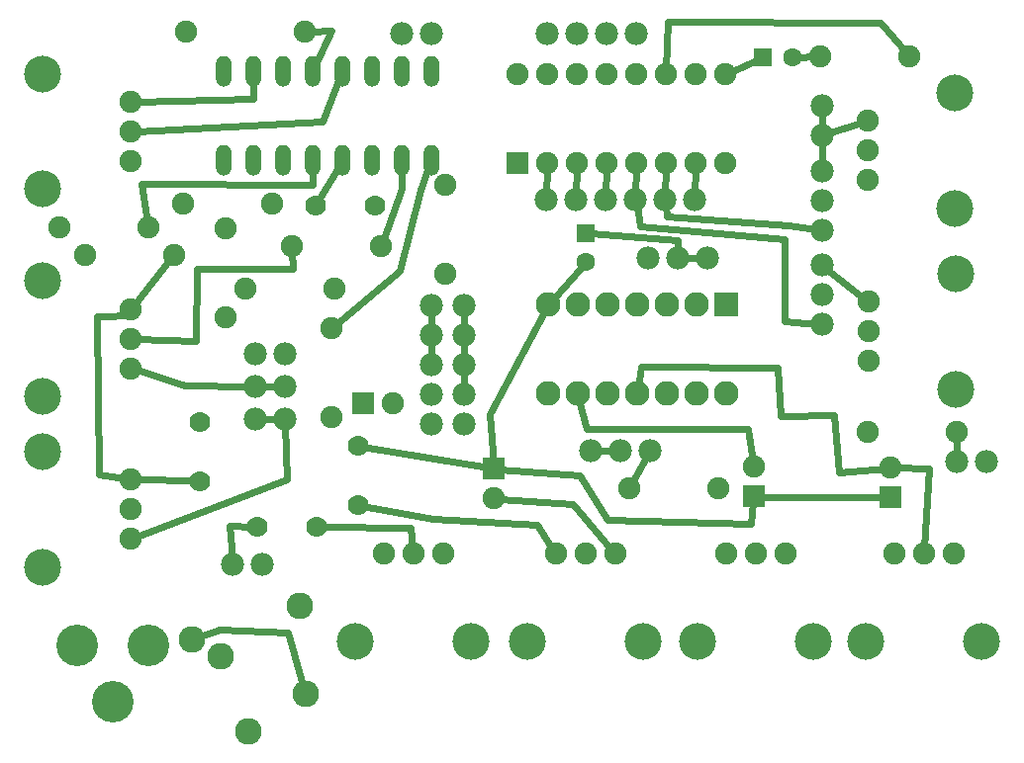
<source format=gbl>
G04 MADE WITH FRITZING*
G04 WWW.FRITZING.ORG*
G04 DOUBLE SIDED*
G04 HOLES PLATED*
G04 CONTOUR ON CENTER OF CONTOUR VECTOR*
%ASAXBY*%
%FSLAX23Y23*%
%MOIN*%
%OFA0B0*%
%SFA1.0B1.0*%
%ADD10C,0.078000*%
%ADD11C,0.140000*%
%ADD12C,0.090020*%
%ADD13C,0.070000*%
%ADD14C,0.075000*%
%ADD15C,0.052000*%
%ADD16C,0.083307*%
%ADD17C,0.062992*%
%ADD18C,0.074667*%
%ADD19C,0.074695*%
%ADD20C,0.124033*%
%ADD21R,0.083307X0.083307*%
%ADD22R,0.062992X0.062992*%
%ADD23R,0.075000X0.075000*%
%ADD24C,0.024000*%
%ADD25R,0.001000X0.001000*%
%LNCOPPER0*%
G90*
G70*
G54D10*
X2804Y2187D03*
X2804Y2087D03*
G54D11*
X534Y367D03*
X294Y367D03*
X414Y177D03*
G54D12*
X680Y385D03*
X779Y330D03*
X1045Y499D03*
X1065Y204D03*
X873Y76D03*
G54D13*
X900Y767D03*
X1100Y767D03*
G54D10*
X1489Y1514D03*
X1489Y1414D03*
X1489Y1314D03*
X1489Y1214D03*
X1489Y1114D03*
X1597Y1514D03*
X1597Y1414D03*
X1597Y1314D03*
X1597Y1214D03*
X1597Y1114D03*
G54D14*
X663Y2435D03*
X1063Y2435D03*
X1534Y1918D03*
X1534Y1618D03*
X652Y1855D03*
X952Y1855D03*
X1153Y1437D03*
X1153Y1137D03*
G54D15*
X788Y2003D03*
X888Y2003D03*
X988Y2003D03*
X1088Y2003D03*
X1188Y2003D03*
X1288Y2003D03*
X1388Y2003D03*
X1488Y2003D03*
X1488Y2303D03*
X1388Y2303D03*
X1288Y2303D03*
X1188Y2303D03*
X1088Y2303D03*
X988Y2303D03*
X888Y2303D03*
X788Y2303D03*
G54D16*
X2480Y1515D03*
X2480Y1215D03*
X2380Y1515D03*
X2380Y1215D03*
X2280Y1515D03*
X2280Y1215D03*
X2180Y1515D03*
X2180Y1215D03*
X2080Y1515D03*
X2080Y1215D03*
X1980Y1515D03*
X1980Y1215D03*
X1880Y1515D03*
X1880Y1215D03*
G54D17*
X2008Y1756D03*
X2008Y1658D03*
X2606Y2350D03*
X2704Y2350D03*
G54D14*
X2575Y868D03*
X2575Y968D03*
G54D10*
X2804Y1448D03*
X2804Y1548D03*
X2804Y1648D03*
X1876Y1868D03*
X1976Y1868D03*
X2076Y1868D03*
X2176Y1868D03*
X2276Y1868D03*
X2376Y1868D03*
X3358Y986D03*
X3258Y986D03*
X819Y640D03*
X919Y640D03*
X1388Y2428D03*
X1488Y2428D03*
X2225Y1022D03*
X2125Y1022D03*
X2025Y1022D03*
X2418Y1672D03*
X2318Y1672D03*
X2218Y1672D03*
X995Y1129D03*
X895Y1129D03*
X895Y1239D03*
X995Y1239D03*
X2804Y1767D03*
X2804Y1867D03*
X2804Y1967D03*
G54D14*
X2959Y1086D03*
X3259Y1086D03*
X1778Y1993D03*
X1778Y2293D03*
X1878Y1993D03*
X1878Y2293D03*
X1978Y1993D03*
X1978Y2293D03*
X2078Y1993D03*
X2078Y2293D03*
X2178Y1993D03*
X2178Y2293D03*
X2278Y1993D03*
X2278Y2293D03*
X2378Y1993D03*
X2378Y2293D03*
X2478Y1993D03*
X2478Y2293D03*
G54D18*
X2680Y677D03*
X2580Y677D03*
G54D19*
X2480Y677D03*
G54D20*
X2774Y381D03*
X2386Y381D03*
G54D18*
X3247Y677D03*
X3147Y677D03*
G54D19*
X3047Y677D03*
G54D20*
X3342Y381D03*
X2953Y381D03*
G54D18*
X2957Y2135D03*
X2957Y2035D03*
G54D19*
X2957Y1935D03*
G54D20*
X3253Y2229D03*
X3253Y1841D03*
G54D18*
X2960Y1525D03*
X2960Y1425D03*
G54D19*
X2960Y1325D03*
G54D20*
X3256Y1619D03*
X3256Y1230D03*
G54D18*
X2107Y677D03*
X2007Y677D03*
G54D19*
X1907Y677D03*
G54D20*
X2201Y381D03*
X1813Y381D03*
G54D18*
X475Y1301D03*
X475Y1401D03*
G54D19*
X475Y1501D03*
G54D20*
X179Y1207D03*
X179Y1595D03*
G54D18*
X1528Y677D03*
X1428Y677D03*
G54D19*
X1328Y677D03*
G54D20*
X1622Y381D03*
X1233Y381D03*
G54D18*
X475Y726D03*
X475Y826D03*
G54D19*
X475Y926D03*
G54D20*
X179Y631D03*
X179Y1020D03*
G54D14*
X3034Y865D03*
X3034Y965D03*
X1699Y962D03*
X1699Y862D03*
X535Y1776D03*
X235Y1776D03*
X620Y1683D03*
X320Y1683D03*
X2454Y895D03*
X2154Y895D03*
X1257Y1183D03*
X1357Y1183D03*
X1318Y1714D03*
X1018Y1714D03*
X796Y1774D03*
X796Y1474D03*
X3099Y2353D03*
X2799Y2353D03*
G54D13*
X1099Y1850D03*
X1299Y1850D03*
G54D10*
X994Y1349D03*
X894Y1349D03*
G54D18*
X475Y1999D03*
X475Y2099D03*
G54D19*
X475Y2199D03*
G54D20*
X179Y1905D03*
X179Y2294D03*
G54D13*
X707Y1121D03*
X707Y921D03*
G54D14*
X1161Y1570D03*
X861Y1570D03*
G54D13*
X1241Y1040D03*
X1241Y840D03*
G54D10*
X1878Y2428D03*
X1978Y2428D03*
X2078Y2428D03*
X2178Y2428D03*
G54D21*
X2480Y1515D03*
G54D22*
X2008Y1756D03*
X2606Y2350D03*
G54D23*
X2575Y868D03*
X1778Y1993D03*
X3034Y865D03*
X1699Y962D03*
X1257Y1183D03*
G54D24*
X809Y770D02*
X818Y659D01*
D02*
X885Y767D02*
X809Y770D01*
D02*
X692Y922D02*
X495Y925D01*
D02*
X1417Y762D02*
X1425Y697D01*
D02*
X1685Y1146D02*
X1698Y980D01*
D02*
X2720Y2350D02*
X2782Y2352D01*
D02*
X3259Y1068D02*
X3258Y1005D01*
D02*
X1489Y1395D02*
X1489Y1333D01*
D02*
X1489Y1495D02*
X1489Y1433D01*
D02*
X1597Y1295D02*
X1597Y1233D01*
D02*
X1597Y1395D02*
X1597Y1333D01*
D02*
X1597Y1495D02*
X1597Y1433D01*
D02*
X1876Y1887D02*
X1877Y1976D01*
D02*
X2044Y1022D02*
X2106Y1022D01*
D02*
X888Y2287D02*
X887Y2210D01*
D02*
X887Y2210D02*
X495Y2200D01*
D02*
X2376Y1887D02*
X2377Y1976D01*
D02*
X1976Y1887D02*
X1977Y1976D01*
D02*
X2337Y1672D02*
X2399Y1672D01*
D02*
X2804Y2106D02*
X2804Y2168D01*
D02*
X2804Y1986D02*
X2804Y2068D01*
D02*
X2938Y2129D02*
X2822Y2093D01*
D02*
X2494Y2301D02*
X2592Y2344D01*
D02*
X1106Y1863D02*
X1180Y1989D01*
D02*
X976Y1239D02*
X914Y1239D01*
D02*
X1324Y1731D02*
X1389Y1906D01*
D02*
X1115Y767D02*
X1417Y762D01*
D02*
X2176Y1887D02*
X2177Y1976D01*
D02*
X3052Y965D02*
X3165Y962D01*
D02*
X2184Y1236D02*
X2196Y1305D01*
D02*
X2196Y1305D02*
X2655Y1302D01*
D02*
X2665Y1140D02*
X2846Y1143D01*
D02*
X2655Y1302D02*
X2665Y1140D01*
D02*
X2846Y1143D02*
X2861Y951D01*
D02*
X2861Y951D02*
X3017Y964D01*
D02*
X976Y1129D02*
X914Y1129D01*
D02*
X2277Y1976D02*
X2276Y1887D01*
D02*
X2944Y1537D02*
X2819Y1637D01*
D02*
X2077Y1976D02*
X2076Y1887D01*
D02*
X1682Y965D02*
X1255Y1037D01*
D02*
X454Y929D02*
X368Y943D01*
D02*
X369Y943D02*
X361Y1477D01*
D02*
X485Y1483D02*
X487Y1479D01*
D02*
X487Y1479D02*
X361Y1477D01*
D02*
X609Y1669D02*
X488Y1517D01*
D02*
X1870Y1496D02*
X1685Y1146D01*
D02*
X1998Y1646D02*
X1894Y1531D01*
D02*
X1182Y2288D02*
X1120Y2132D01*
D02*
X1120Y2132D02*
X495Y2100D01*
D02*
X3088Y2366D02*
X3002Y2466D01*
D02*
X3002Y2466D02*
X2285Y2471D01*
D02*
X2285Y2471D02*
X2278Y2311D01*
D02*
X2573Y850D02*
X2565Y777D01*
D02*
X2565Y777D02*
X2080Y788D01*
D02*
X2080Y788D02*
X1987Y940D01*
D02*
X1987Y940D02*
X1717Y961D01*
D02*
X513Y1924D02*
X532Y1794D01*
D02*
X1087Y1921D02*
X513Y1924D01*
D02*
X1088Y1987D02*
X1087Y1921D01*
D02*
X2319Y1732D02*
X2318Y1691D01*
D02*
X2024Y1755D02*
X2319Y1732D01*
D02*
X1450Y1903D02*
X1482Y1988D01*
D02*
X1381Y1631D02*
X1450Y1903D01*
D02*
X1167Y1449D02*
X1381Y1631D01*
D02*
X2162Y910D02*
X2215Y1005D01*
D02*
X2013Y1095D02*
X1986Y1194D01*
D02*
X2572Y985D02*
X2554Y1095D01*
D02*
X2554Y1095D02*
X2013Y1095D01*
D02*
X1002Y926D02*
X995Y1110D01*
D02*
X494Y733D02*
X1002Y926D01*
D02*
X1153Y2439D02*
X1095Y2318D01*
D02*
X1080Y2436D02*
X1153Y2439D01*
D02*
X698Y1636D02*
X696Y1393D01*
D02*
X696Y1393D02*
X495Y1400D01*
D02*
X1020Y1636D02*
X698Y1636D01*
D02*
X1019Y1697D02*
X1020Y1636D01*
D02*
X657Y1243D02*
X876Y1239D01*
D02*
X494Y1295D02*
X657Y1243D01*
D02*
X1717Y861D02*
X1965Y843D01*
D02*
X1965Y843D02*
X2093Y692D01*
D02*
X3017Y865D02*
X2592Y867D01*
D02*
X2193Y1781D02*
X2180Y1850D01*
D02*
X2677Y1735D02*
X2193Y1781D01*
D02*
X2677Y1460D02*
X2677Y1735D01*
D02*
X2785Y1450D02*
X2677Y1460D01*
D02*
X3165Y962D02*
X3149Y697D01*
D02*
X1846Y773D02*
X1494Y792D01*
D02*
X1494Y792D02*
X1255Y837D01*
D02*
X1896Y694D02*
X1846Y773D01*
D02*
X2283Y1812D02*
X2279Y1849D01*
D02*
X2691Y1782D02*
X2283Y1812D01*
D02*
X2785Y1769D02*
X2691Y1782D01*
D02*
X1389Y1906D02*
X1388Y1987D01*
D02*
X774Y421D02*
X1005Y410D01*
D02*
X1005Y410D02*
X1056Y233D01*
D02*
X708Y396D02*
X774Y421D01*
G54D25*
X783Y2354D02*
X794Y2354D01*
X883Y2354D02*
X894Y2354D01*
X983Y2354D02*
X994Y2354D01*
X1083Y2354D02*
X1094Y2354D01*
X1183Y2354D02*
X1194Y2354D01*
X1283Y2354D02*
X1294Y2354D01*
X1383Y2354D02*
X1394Y2354D01*
X1483Y2354D02*
X1494Y2354D01*
X780Y2353D02*
X797Y2353D01*
X880Y2353D02*
X897Y2353D01*
X980Y2353D02*
X997Y2353D01*
X1080Y2353D02*
X1097Y2353D01*
X1180Y2353D02*
X1197Y2353D01*
X1280Y2353D02*
X1297Y2353D01*
X1380Y2353D02*
X1397Y2353D01*
X1480Y2353D02*
X1497Y2353D01*
X778Y2352D02*
X799Y2352D01*
X878Y2352D02*
X899Y2352D01*
X978Y2352D02*
X999Y2352D01*
X1078Y2352D02*
X1099Y2352D01*
X1178Y2352D02*
X1199Y2352D01*
X1278Y2352D02*
X1299Y2352D01*
X1378Y2352D02*
X1399Y2352D01*
X1478Y2352D02*
X1499Y2352D01*
X776Y2351D02*
X801Y2351D01*
X876Y2351D02*
X901Y2351D01*
X976Y2351D02*
X1001Y2351D01*
X1076Y2351D02*
X1101Y2351D01*
X1176Y2351D02*
X1201Y2351D01*
X1276Y2351D02*
X1301Y2351D01*
X1376Y2351D02*
X1401Y2351D01*
X1476Y2351D02*
X1501Y2351D01*
X774Y2350D02*
X803Y2350D01*
X874Y2350D02*
X903Y2350D01*
X974Y2350D02*
X1003Y2350D01*
X1074Y2350D02*
X1103Y2350D01*
X1174Y2350D02*
X1203Y2350D01*
X1274Y2350D02*
X1303Y2350D01*
X1374Y2350D02*
X1403Y2350D01*
X1474Y2350D02*
X1503Y2350D01*
X773Y2349D02*
X804Y2349D01*
X873Y2349D02*
X904Y2349D01*
X973Y2349D02*
X1004Y2349D01*
X1073Y2349D02*
X1104Y2349D01*
X1173Y2349D02*
X1204Y2349D01*
X1273Y2349D02*
X1304Y2349D01*
X1373Y2349D02*
X1404Y2349D01*
X1473Y2349D02*
X1504Y2349D01*
X772Y2348D02*
X805Y2348D01*
X872Y2348D02*
X905Y2348D01*
X972Y2348D02*
X1005Y2348D01*
X1072Y2348D02*
X1105Y2348D01*
X1172Y2348D02*
X1205Y2348D01*
X1272Y2348D02*
X1305Y2348D01*
X1372Y2348D02*
X1405Y2348D01*
X1472Y2348D02*
X1505Y2348D01*
X771Y2347D02*
X806Y2347D01*
X871Y2347D02*
X906Y2347D01*
X971Y2347D02*
X1006Y2347D01*
X1071Y2347D02*
X1106Y2347D01*
X1171Y2347D02*
X1206Y2347D01*
X1271Y2347D02*
X1306Y2347D01*
X1370Y2347D02*
X1406Y2347D01*
X1470Y2347D02*
X1506Y2347D01*
X770Y2346D02*
X807Y2346D01*
X870Y2346D02*
X907Y2346D01*
X970Y2346D02*
X1007Y2346D01*
X1070Y2346D02*
X1107Y2346D01*
X1170Y2346D02*
X1207Y2346D01*
X1270Y2346D02*
X1307Y2346D01*
X1370Y2346D02*
X1407Y2346D01*
X1470Y2346D02*
X1507Y2346D01*
X769Y2345D02*
X808Y2345D01*
X869Y2345D02*
X908Y2345D01*
X969Y2345D02*
X1008Y2345D01*
X1069Y2345D02*
X1108Y2345D01*
X1169Y2345D02*
X1208Y2345D01*
X1269Y2345D02*
X1308Y2345D01*
X1369Y2345D02*
X1408Y2345D01*
X1469Y2345D02*
X1508Y2345D01*
X768Y2344D02*
X809Y2344D01*
X868Y2344D02*
X909Y2344D01*
X968Y2344D02*
X1009Y2344D01*
X1068Y2344D02*
X1109Y2344D01*
X1168Y2344D02*
X1209Y2344D01*
X1268Y2344D02*
X1309Y2344D01*
X1368Y2344D02*
X1409Y2344D01*
X1468Y2344D02*
X1509Y2344D01*
X767Y2343D02*
X810Y2343D01*
X867Y2343D02*
X910Y2343D01*
X967Y2343D02*
X1010Y2343D01*
X1067Y2343D02*
X1110Y2343D01*
X1167Y2343D02*
X1210Y2343D01*
X1267Y2343D02*
X1310Y2343D01*
X1367Y2343D02*
X1410Y2343D01*
X1467Y2343D02*
X1510Y2343D01*
X767Y2342D02*
X810Y2342D01*
X867Y2342D02*
X910Y2342D01*
X967Y2342D02*
X1010Y2342D01*
X1067Y2342D02*
X1110Y2342D01*
X1167Y2342D02*
X1210Y2342D01*
X1267Y2342D02*
X1310Y2342D01*
X1367Y2342D02*
X1410Y2342D01*
X1467Y2342D02*
X1510Y2342D01*
X766Y2341D02*
X811Y2341D01*
X866Y2341D02*
X911Y2341D01*
X966Y2341D02*
X1011Y2341D01*
X1066Y2341D02*
X1111Y2341D01*
X1166Y2341D02*
X1211Y2341D01*
X1266Y2341D02*
X1311Y2341D01*
X1366Y2341D02*
X1411Y2341D01*
X1466Y2341D02*
X1511Y2341D01*
X766Y2340D02*
X811Y2340D01*
X866Y2340D02*
X911Y2340D01*
X966Y2340D02*
X1011Y2340D01*
X1066Y2340D02*
X1111Y2340D01*
X1166Y2340D02*
X1211Y2340D01*
X1266Y2340D02*
X1311Y2340D01*
X1366Y2340D02*
X1411Y2340D01*
X1466Y2340D02*
X1511Y2340D01*
X765Y2339D02*
X812Y2339D01*
X865Y2339D02*
X912Y2339D01*
X965Y2339D02*
X1012Y2339D01*
X1065Y2339D02*
X1112Y2339D01*
X1165Y2339D02*
X1212Y2339D01*
X1265Y2339D02*
X1312Y2339D01*
X1365Y2339D02*
X1412Y2339D01*
X1465Y2339D02*
X1512Y2339D01*
X765Y2338D02*
X812Y2338D01*
X865Y2338D02*
X912Y2338D01*
X965Y2338D02*
X1012Y2338D01*
X1065Y2338D02*
X1112Y2338D01*
X1165Y2338D02*
X1212Y2338D01*
X1265Y2338D02*
X1312Y2338D01*
X1365Y2338D02*
X1412Y2338D01*
X1465Y2338D02*
X1512Y2338D01*
X764Y2337D02*
X813Y2337D01*
X864Y2337D02*
X913Y2337D01*
X964Y2337D02*
X1013Y2337D01*
X1064Y2337D02*
X1113Y2337D01*
X1164Y2337D02*
X1213Y2337D01*
X1264Y2337D02*
X1313Y2337D01*
X1364Y2337D02*
X1413Y2337D01*
X1464Y2337D02*
X1513Y2337D01*
X764Y2336D02*
X813Y2336D01*
X864Y2336D02*
X913Y2336D01*
X964Y2336D02*
X1013Y2336D01*
X1064Y2336D02*
X1113Y2336D01*
X1164Y2336D02*
X1213Y2336D01*
X1264Y2336D02*
X1313Y2336D01*
X1364Y2336D02*
X1413Y2336D01*
X1464Y2336D02*
X1513Y2336D01*
X764Y2335D02*
X813Y2335D01*
X864Y2335D02*
X913Y2335D01*
X964Y2335D02*
X1013Y2335D01*
X1064Y2335D02*
X1113Y2335D01*
X1164Y2335D02*
X1213Y2335D01*
X1264Y2335D02*
X1313Y2335D01*
X1364Y2335D02*
X1413Y2335D01*
X1464Y2335D02*
X1513Y2335D01*
X764Y2334D02*
X813Y2334D01*
X864Y2334D02*
X913Y2334D01*
X964Y2334D02*
X1013Y2334D01*
X1064Y2334D02*
X1113Y2334D01*
X1164Y2334D02*
X1213Y2334D01*
X1264Y2334D02*
X1313Y2334D01*
X1363Y2334D02*
X1413Y2334D01*
X1463Y2334D02*
X1513Y2334D01*
X763Y2333D02*
X814Y2333D01*
X863Y2333D02*
X914Y2333D01*
X963Y2333D02*
X1014Y2333D01*
X1063Y2333D02*
X1114Y2333D01*
X1163Y2333D02*
X1214Y2333D01*
X1263Y2333D02*
X1314Y2333D01*
X1363Y2333D02*
X1414Y2333D01*
X1463Y2333D02*
X1514Y2333D01*
X763Y2332D02*
X814Y2332D01*
X863Y2332D02*
X914Y2332D01*
X963Y2332D02*
X1014Y2332D01*
X1063Y2332D02*
X1114Y2332D01*
X1163Y2332D02*
X1214Y2332D01*
X1263Y2332D02*
X1314Y2332D01*
X1363Y2332D02*
X1414Y2332D01*
X1463Y2332D02*
X1514Y2332D01*
X763Y2331D02*
X814Y2331D01*
X863Y2331D02*
X914Y2331D01*
X963Y2331D02*
X1014Y2331D01*
X1063Y2331D02*
X1114Y2331D01*
X1163Y2331D02*
X1214Y2331D01*
X1263Y2331D02*
X1314Y2331D01*
X1363Y2331D02*
X1414Y2331D01*
X1463Y2331D02*
X1514Y2331D01*
X763Y2330D02*
X814Y2330D01*
X863Y2330D02*
X914Y2330D01*
X963Y2330D02*
X1014Y2330D01*
X1063Y2330D02*
X1114Y2330D01*
X1163Y2330D02*
X1214Y2330D01*
X1263Y2330D02*
X1314Y2330D01*
X1363Y2330D02*
X1414Y2330D01*
X1463Y2330D02*
X1514Y2330D01*
X763Y2329D02*
X814Y2329D01*
X863Y2329D02*
X914Y2329D01*
X963Y2329D02*
X1014Y2329D01*
X1063Y2329D02*
X1114Y2329D01*
X1163Y2329D02*
X1214Y2329D01*
X1263Y2329D02*
X1314Y2329D01*
X1363Y2329D02*
X1414Y2329D01*
X1463Y2329D02*
X1514Y2329D01*
X763Y2328D02*
X814Y2328D01*
X863Y2328D02*
X914Y2328D01*
X963Y2328D02*
X1014Y2328D01*
X1063Y2328D02*
X1114Y2328D01*
X1163Y2328D02*
X1214Y2328D01*
X1263Y2328D02*
X1314Y2328D01*
X1363Y2328D02*
X1414Y2328D01*
X1463Y2328D02*
X1514Y2328D01*
X763Y2327D02*
X814Y2327D01*
X863Y2327D02*
X914Y2327D01*
X963Y2327D02*
X1014Y2327D01*
X1063Y2327D02*
X1114Y2327D01*
X1163Y2327D02*
X1214Y2327D01*
X1263Y2327D02*
X1314Y2327D01*
X1363Y2327D02*
X1414Y2327D01*
X1463Y2327D02*
X1514Y2327D01*
X763Y2326D02*
X814Y2326D01*
X863Y2326D02*
X914Y2326D01*
X963Y2326D02*
X1014Y2326D01*
X1063Y2326D02*
X1114Y2326D01*
X1163Y2326D02*
X1214Y2326D01*
X1263Y2326D02*
X1314Y2326D01*
X1363Y2326D02*
X1414Y2326D01*
X1463Y2326D02*
X1514Y2326D01*
X763Y2325D02*
X814Y2325D01*
X863Y2325D02*
X914Y2325D01*
X963Y2325D02*
X1014Y2325D01*
X1063Y2325D02*
X1114Y2325D01*
X1163Y2325D02*
X1214Y2325D01*
X1263Y2325D02*
X1314Y2325D01*
X1363Y2325D02*
X1414Y2325D01*
X1463Y2325D02*
X1514Y2325D01*
X763Y2324D02*
X814Y2324D01*
X863Y2324D02*
X914Y2324D01*
X963Y2324D02*
X1014Y2324D01*
X1063Y2324D02*
X1114Y2324D01*
X1163Y2324D02*
X1214Y2324D01*
X1263Y2324D02*
X1314Y2324D01*
X1363Y2324D02*
X1414Y2324D01*
X1463Y2324D02*
X1514Y2324D01*
X763Y2323D02*
X814Y2323D01*
X863Y2323D02*
X914Y2323D01*
X963Y2323D02*
X1014Y2323D01*
X1063Y2323D02*
X1114Y2323D01*
X1163Y2323D02*
X1214Y2323D01*
X1263Y2323D02*
X1314Y2323D01*
X1363Y2323D02*
X1414Y2323D01*
X1463Y2323D02*
X1514Y2323D01*
X763Y2322D02*
X814Y2322D01*
X863Y2322D02*
X914Y2322D01*
X963Y2322D02*
X1014Y2322D01*
X1063Y2322D02*
X1114Y2322D01*
X1163Y2322D02*
X1214Y2322D01*
X1263Y2322D02*
X1314Y2322D01*
X1363Y2322D02*
X1414Y2322D01*
X1463Y2322D02*
X1514Y2322D01*
X763Y2321D02*
X814Y2321D01*
X863Y2321D02*
X914Y2321D01*
X963Y2321D02*
X1014Y2321D01*
X1063Y2321D02*
X1114Y2321D01*
X1163Y2321D02*
X1214Y2321D01*
X1263Y2321D02*
X1314Y2321D01*
X1363Y2321D02*
X1414Y2321D01*
X1463Y2321D02*
X1514Y2321D01*
X763Y2320D02*
X814Y2320D01*
X863Y2320D02*
X914Y2320D01*
X963Y2320D02*
X1014Y2320D01*
X1063Y2320D02*
X1114Y2320D01*
X1163Y2320D02*
X1214Y2320D01*
X1263Y2320D02*
X1314Y2320D01*
X1363Y2320D02*
X1414Y2320D01*
X1463Y2320D02*
X1514Y2320D01*
X763Y2319D02*
X814Y2319D01*
X863Y2319D02*
X914Y2319D01*
X963Y2319D02*
X1014Y2319D01*
X1063Y2319D02*
X1114Y2319D01*
X1163Y2319D02*
X1214Y2319D01*
X1263Y2319D02*
X1314Y2319D01*
X1363Y2319D02*
X1414Y2319D01*
X1463Y2319D02*
X1514Y2319D01*
X763Y2318D02*
X783Y2318D01*
X794Y2318D02*
X814Y2318D01*
X863Y2318D02*
X883Y2318D01*
X894Y2318D02*
X914Y2318D01*
X963Y2318D02*
X983Y2318D01*
X994Y2318D02*
X1014Y2318D01*
X1063Y2318D02*
X1083Y2318D01*
X1094Y2318D02*
X1114Y2318D01*
X1163Y2318D02*
X1183Y2318D01*
X1194Y2318D02*
X1214Y2318D01*
X1263Y2318D02*
X1283Y2318D01*
X1293Y2318D02*
X1314Y2318D01*
X1363Y2318D02*
X1383Y2318D01*
X1393Y2318D02*
X1414Y2318D01*
X1463Y2318D02*
X1483Y2318D01*
X1493Y2318D02*
X1514Y2318D01*
X763Y2317D02*
X781Y2317D01*
X796Y2317D02*
X814Y2317D01*
X863Y2317D02*
X881Y2317D01*
X896Y2317D02*
X914Y2317D01*
X963Y2317D02*
X981Y2317D01*
X996Y2317D02*
X1014Y2317D01*
X1063Y2317D02*
X1081Y2317D01*
X1096Y2317D02*
X1114Y2317D01*
X1163Y2317D02*
X1181Y2317D01*
X1196Y2317D02*
X1214Y2317D01*
X1263Y2317D02*
X1281Y2317D01*
X1296Y2317D02*
X1314Y2317D01*
X1363Y2317D02*
X1381Y2317D01*
X1396Y2317D02*
X1414Y2317D01*
X1463Y2317D02*
X1481Y2317D01*
X1496Y2317D02*
X1514Y2317D01*
X763Y2316D02*
X779Y2316D01*
X798Y2316D02*
X814Y2316D01*
X863Y2316D02*
X879Y2316D01*
X898Y2316D02*
X914Y2316D01*
X963Y2316D02*
X979Y2316D01*
X998Y2316D02*
X1014Y2316D01*
X1063Y2316D02*
X1079Y2316D01*
X1098Y2316D02*
X1114Y2316D01*
X1163Y2316D02*
X1179Y2316D01*
X1198Y2316D02*
X1214Y2316D01*
X1263Y2316D02*
X1279Y2316D01*
X1298Y2316D02*
X1314Y2316D01*
X1363Y2316D02*
X1379Y2316D01*
X1398Y2316D02*
X1414Y2316D01*
X1463Y2316D02*
X1479Y2316D01*
X1498Y2316D02*
X1514Y2316D01*
X763Y2315D02*
X778Y2315D01*
X799Y2315D02*
X814Y2315D01*
X863Y2315D02*
X878Y2315D01*
X899Y2315D02*
X914Y2315D01*
X963Y2315D02*
X978Y2315D01*
X999Y2315D02*
X1014Y2315D01*
X1063Y2315D02*
X1078Y2315D01*
X1099Y2315D02*
X1114Y2315D01*
X1163Y2315D02*
X1178Y2315D01*
X1199Y2315D02*
X1214Y2315D01*
X1263Y2315D02*
X1278Y2315D01*
X1299Y2315D02*
X1314Y2315D01*
X1363Y2315D02*
X1378Y2315D01*
X1399Y2315D02*
X1414Y2315D01*
X1463Y2315D02*
X1478Y2315D01*
X1499Y2315D02*
X1514Y2315D01*
X763Y2314D02*
X777Y2314D01*
X800Y2314D02*
X814Y2314D01*
X863Y2314D02*
X877Y2314D01*
X900Y2314D02*
X914Y2314D01*
X963Y2314D02*
X977Y2314D01*
X1000Y2314D02*
X1014Y2314D01*
X1063Y2314D02*
X1077Y2314D01*
X1100Y2314D02*
X1114Y2314D01*
X1163Y2314D02*
X1177Y2314D01*
X1200Y2314D02*
X1214Y2314D01*
X1263Y2314D02*
X1277Y2314D01*
X1300Y2314D02*
X1314Y2314D01*
X1363Y2314D02*
X1377Y2314D01*
X1400Y2314D02*
X1414Y2314D01*
X1463Y2314D02*
X1477Y2314D01*
X1500Y2314D02*
X1514Y2314D01*
X763Y2313D02*
X776Y2313D01*
X801Y2313D02*
X814Y2313D01*
X863Y2313D02*
X876Y2313D01*
X901Y2313D02*
X914Y2313D01*
X963Y2313D02*
X976Y2313D01*
X1001Y2313D02*
X1014Y2313D01*
X1063Y2313D02*
X1076Y2313D01*
X1101Y2313D02*
X1114Y2313D01*
X1163Y2313D02*
X1176Y2313D01*
X1201Y2313D02*
X1214Y2313D01*
X1263Y2313D02*
X1276Y2313D01*
X1301Y2313D02*
X1314Y2313D01*
X1363Y2313D02*
X1376Y2313D01*
X1401Y2313D02*
X1414Y2313D01*
X1463Y2313D02*
X1476Y2313D01*
X1501Y2313D02*
X1514Y2313D01*
X763Y2312D02*
X775Y2312D01*
X802Y2312D02*
X814Y2312D01*
X863Y2312D02*
X875Y2312D01*
X902Y2312D02*
X914Y2312D01*
X963Y2312D02*
X975Y2312D01*
X1002Y2312D02*
X1014Y2312D01*
X1063Y2312D02*
X1075Y2312D01*
X1102Y2312D02*
X1114Y2312D01*
X1163Y2312D02*
X1175Y2312D01*
X1202Y2312D02*
X1214Y2312D01*
X1263Y2312D02*
X1275Y2312D01*
X1302Y2312D02*
X1314Y2312D01*
X1363Y2312D02*
X1375Y2312D01*
X1402Y2312D02*
X1414Y2312D01*
X1463Y2312D02*
X1475Y2312D01*
X1502Y2312D02*
X1514Y2312D01*
X763Y2311D02*
X774Y2311D01*
X803Y2311D02*
X814Y2311D01*
X863Y2311D02*
X874Y2311D01*
X903Y2311D02*
X914Y2311D01*
X963Y2311D02*
X974Y2311D01*
X1003Y2311D02*
X1014Y2311D01*
X1063Y2311D02*
X1074Y2311D01*
X1103Y2311D02*
X1114Y2311D01*
X1163Y2311D02*
X1174Y2311D01*
X1203Y2311D02*
X1214Y2311D01*
X1263Y2311D02*
X1274Y2311D01*
X1303Y2311D02*
X1314Y2311D01*
X1363Y2311D02*
X1374Y2311D01*
X1403Y2311D02*
X1414Y2311D01*
X1463Y2311D02*
X1474Y2311D01*
X1503Y2311D02*
X1514Y2311D01*
X763Y2310D02*
X774Y2310D01*
X803Y2310D02*
X814Y2310D01*
X863Y2310D02*
X874Y2310D01*
X903Y2310D02*
X914Y2310D01*
X963Y2310D02*
X974Y2310D01*
X1003Y2310D02*
X1014Y2310D01*
X1063Y2310D02*
X1074Y2310D01*
X1103Y2310D02*
X1114Y2310D01*
X1163Y2310D02*
X1174Y2310D01*
X1203Y2310D02*
X1214Y2310D01*
X1263Y2310D02*
X1274Y2310D01*
X1303Y2310D02*
X1314Y2310D01*
X1363Y2310D02*
X1374Y2310D01*
X1403Y2310D02*
X1414Y2310D01*
X1463Y2310D02*
X1474Y2310D01*
X1503Y2310D02*
X1514Y2310D01*
X763Y2309D02*
X773Y2309D01*
X804Y2309D02*
X814Y2309D01*
X863Y2309D02*
X873Y2309D01*
X904Y2309D02*
X914Y2309D01*
X963Y2309D02*
X973Y2309D01*
X1004Y2309D02*
X1014Y2309D01*
X1063Y2309D02*
X1073Y2309D01*
X1104Y2309D02*
X1114Y2309D01*
X1163Y2309D02*
X1173Y2309D01*
X1204Y2309D02*
X1214Y2309D01*
X1263Y2309D02*
X1273Y2309D01*
X1304Y2309D02*
X1314Y2309D01*
X1363Y2309D02*
X1373Y2309D01*
X1404Y2309D02*
X1414Y2309D01*
X1463Y2309D02*
X1473Y2309D01*
X1504Y2309D02*
X1514Y2309D01*
X763Y2308D02*
X773Y2308D01*
X804Y2308D02*
X814Y2308D01*
X863Y2308D02*
X873Y2308D01*
X904Y2308D02*
X914Y2308D01*
X963Y2308D02*
X973Y2308D01*
X1004Y2308D02*
X1014Y2308D01*
X1063Y2308D02*
X1073Y2308D01*
X1104Y2308D02*
X1114Y2308D01*
X1163Y2308D02*
X1173Y2308D01*
X1204Y2308D02*
X1214Y2308D01*
X1263Y2308D02*
X1273Y2308D01*
X1304Y2308D02*
X1314Y2308D01*
X1363Y2308D02*
X1373Y2308D01*
X1404Y2308D02*
X1414Y2308D01*
X1463Y2308D02*
X1473Y2308D01*
X1504Y2308D02*
X1514Y2308D01*
X763Y2307D02*
X773Y2307D01*
X804Y2307D02*
X814Y2307D01*
X863Y2307D02*
X873Y2307D01*
X904Y2307D02*
X914Y2307D01*
X963Y2307D02*
X973Y2307D01*
X1004Y2307D02*
X1014Y2307D01*
X1063Y2307D02*
X1073Y2307D01*
X1104Y2307D02*
X1114Y2307D01*
X1163Y2307D02*
X1173Y2307D01*
X1204Y2307D02*
X1214Y2307D01*
X1263Y2307D02*
X1273Y2307D01*
X1304Y2307D02*
X1314Y2307D01*
X1363Y2307D02*
X1373Y2307D01*
X1404Y2307D02*
X1414Y2307D01*
X1463Y2307D02*
X1473Y2307D01*
X1504Y2307D02*
X1514Y2307D01*
X763Y2306D02*
X772Y2306D01*
X805Y2306D02*
X814Y2306D01*
X863Y2306D02*
X872Y2306D01*
X905Y2306D02*
X914Y2306D01*
X963Y2306D02*
X972Y2306D01*
X1005Y2306D02*
X1014Y2306D01*
X1063Y2306D02*
X1072Y2306D01*
X1105Y2306D02*
X1114Y2306D01*
X1163Y2306D02*
X1172Y2306D01*
X1205Y2306D02*
X1214Y2306D01*
X1263Y2306D02*
X1272Y2306D01*
X1305Y2306D02*
X1314Y2306D01*
X1363Y2306D02*
X1372Y2306D01*
X1405Y2306D02*
X1414Y2306D01*
X1463Y2306D02*
X1472Y2306D01*
X1505Y2306D02*
X1514Y2306D01*
X763Y2305D02*
X772Y2305D01*
X805Y2305D02*
X814Y2305D01*
X863Y2305D02*
X872Y2305D01*
X905Y2305D02*
X914Y2305D01*
X963Y2305D02*
X972Y2305D01*
X1005Y2305D02*
X1014Y2305D01*
X1063Y2305D02*
X1072Y2305D01*
X1105Y2305D02*
X1114Y2305D01*
X1163Y2305D02*
X1172Y2305D01*
X1205Y2305D02*
X1214Y2305D01*
X1263Y2305D02*
X1272Y2305D01*
X1305Y2305D02*
X1314Y2305D01*
X1363Y2305D02*
X1372Y2305D01*
X1405Y2305D02*
X1414Y2305D01*
X1463Y2305D02*
X1472Y2305D01*
X1505Y2305D02*
X1514Y2305D01*
X763Y2304D02*
X772Y2304D01*
X805Y2304D02*
X814Y2304D01*
X863Y2304D02*
X872Y2304D01*
X905Y2304D02*
X914Y2304D01*
X963Y2304D02*
X972Y2304D01*
X1005Y2304D02*
X1014Y2304D01*
X1063Y2304D02*
X1072Y2304D01*
X1105Y2304D02*
X1114Y2304D01*
X1163Y2304D02*
X1172Y2304D01*
X1205Y2304D02*
X1214Y2304D01*
X1263Y2304D02*
X1272Y2304D01*
X1305Y2304D02*
X1314Y2304D01*
X1363Y2304D02*
X1372Y2304D01*
X1405Y2304D02*
X1414Y2304D01*
X1463Y2304D02*
X1472Y2304D01*
X1505Y2304D02*
X1514Y2304D01*
X763Y2303D02*
X772Y2303D01*
X805Y2303D02*
X814Y2303D01*
X863Y2303D02*
X872Y2303D01*
X905Y2303D02*
X914Y2303D01*
X963Y2303D02*
X972Y2303D01*
X1005Y2303D02*
X1014Y2303D01*
X1063Y2303D02*
X1072Y2303D01*
X1105Y2303D02*
X1114Y2303D01*
X1163Y2303D02*
X1172Y2303D01*
X1205Y2303D02*
X1214Y2303D01*
X1263Y2303D02*
X1272Y2303D01*
X1305Y2303D02*
X1314Y2303D01*
X1363Y2303D02*
X1372Y2303D01*
X1405Y2303D02*
X1414Y2303D01*
X1463Y2303D02*
X1472Y2303D01*
X1505Y2303D02*
X1514Y2303D01*
X763Y2302D02*
X772Y2302D01*
X805Y2302D02*
X814Y2302D01*
X863Y2302D02*
X872Y2302D01*
X905Y2302D02*
X914Y2302D01*
X963Y2302D02*
X972Y2302D01*
X1005Y2302D02*
X1014Y2302D01*
X1063Y2302D02*
X1072Y2302D01*
X1105Y2302D02*
X1114Y2302D01*
X1163Y2302D02*
X1172Y2302D01*
X1205Y2302D02*
X1214Y2302D01*
X1263Y2302D02*
X1272Y2302D01*
X1305Y2302D02*
X1314Y2302D01*
X1363Y2302D02*
X1372Y2302D01*
X1405Y2302D02*
X1414Y2302D01*
X1463Y2302D02*
X1472Y2302D01*
X1505Y2302D02*
X1514Y2302D01*
X763Y2301D02*
X772Y2301D01*
X805Y2301D02*
X814Y2301D01*
X863Y2301D02*
X872Y2301D01*
X905Y2301D02*
X914Y2301D01*
X963Y2301D02*
X972Y2301D01*
X1005Y2301D02*
X1014Y2301D01*
X1063Y2301D02*
X1072Y2301D01*
X1105Y2301D02*
X1114Y2301D01*
X1163Y2301D02*
X1172Y2301D01*
X1205Y2301D02*
X1214Y2301D01*
X1263Y2301D02*
X1272Y2301D01*
X1305Y2301D02*
X1314Y2301D01*
X1363Y2301D02*
X1372Y2301D01*
X1405Y2301D02*
X1414Y2301D01*
X1463Y2301D02*
X1472Y2301D01*
X1505Y2301D02*
X1514Y2301D01*
X763Y2300D02*
X772Y2300D01*
X805Y2300D02*
X814Y2300D01*
X863Y2300D02*
X872Y2300D01*
X905Y2300D02*
X914Y2300D01*
X963Y2300D02*
X972Y2300D01*
X1005Y2300D02*
X1014Y2300D01*
X1063Y2300D02*
X1072Y2300D01*
X1105Y2300D02*
X1114Y2300D01*
X1163Y2300D02*
X1172Y2300D01*
X1205Y2300D02*
X1214Y2300D01*
X1263Y2300D02*
X1272Y2300D01*
X1305Y2300D02*
X1314Y2300D01*
X1363Y2300D02*
X1372Y2300D01*
X1405Y2300D02*
X1414Y2300D01*
X1463Y2300D02*
X1472Y2300D01*
X1505Y2300D02*
X1514Y2300D01*
X763Y2299D02*
X773Y2299D01*
X805Y2299D02*
X814Y2299D01*
X863Y2299D02*
X872Y2299D01*
X905Y2299D02*
X914Y2299D01*
X963Y2299D02*
X972Y2299D01*
X1005Y2299D02*
X1014Y2299D01*
X1063Y2299D02*
X1072Y2299D01*
X1104Y2299D02*
X1114Y2299D01*
X1163Y2299D02*
X1172Y2299D01*
X1204Y2299D02*
X1214Y2299D01*
X1263Y2299D02*
X1272Y2299D01*
X1304Y2299D02*
X1314Y2299D01*
X1363Y2299D02*
X1372Y2299D01*
X1404Y2299D02*
X1414Y2299D01*
X1463Y2299D02*
X1472Y2299D01*
X1504Y2299D02*
X1514Y2299D01*
X763Y2298D02*
X773Y2298D01*
X804Y2298D02*
X814Y2298D01*
X863Y2298D02*
X873Y2298D01*
X904Y2298D02*
X914Y2298D01*
X963Y2298D02*
X973Y2298D01*
X1004Y2298D02*
X1014Y2298D01*
X1063Y2298D02*
X1073Y2298D01*
X1104Y2298D02*
X1114Y2298D01*
X1163Y2298D02*
X1173Y2298D01*
X1204Y2298D02*
X1214Y2298D01*
X1263Y2298D02*
X1273Y2298D01*
X1304Y2298D02*
X1314Y2298D01*
X1363Y2298D02*
X1373Y2298D01*
X1404Y2298D02*
X1414Y2298D01*
X1463Y2298D02*
X1473Y2298D01*
X1504Y2298D02*
X1514Y2298D01*
X763Y2297D02*
X773Y2297D01*
X804Y2297D02*
X814Y2297D01*
X863Y2297D02*
X873Y2297D01*
X904Y2297D02*
X914Y2297D01*
X963Y2297D02*
X973Y2297D01*
X1004Y2297D02*
X1014Y2297D01*
X1063Y2297D02*
X1073Y2297D01*
X1104Y2297D02*
X1114Y2297D01*
X1163Y2297D02*
X1173Y2297D01*
X1204Y2297D02*
X1214Y2297D01*
X1263Y2297D02*
X1273Y2297D01*
X1304Y2297D02*
X1314Y2297D01*
X1363Y2297D02*
X1373Y2297D01*
X1404Y2297D02*
X1414Y2297D01*
X1463Y2297D02*
X1473Y2297D01*
X1504Y2297D02*
X1514Y2297D01*
X763Y2296D02*
X774Y2296D01*
X803Y2296D02*
X814Y2296D01*
X863Y2296D02*
X874Y2296D01*
X903Y2296D02*
X914Y2296D01*
X963Y2296D02*
X974Y2296D01*
X1003Y2296D02*
X1014Y2296D01*
X1063Y2296D02*
X1074Y2296D01*
X1103Y2296D02*
X1114Y2296D01*
X1163Y2296D02*
X1174Y2296D01*
X1203Y2296D02*
X1214Y2296D01*
X1263Y2296D02*
X1274Y2296D01*
X1303Y2296D02*
X1314Y2296D01*
X1363Y2296D02*
X1373Y2296D01*
X1403Y2296D02*
X1414Y2296D01*
X1463Y2296D02*
X1473Y2296D01*
X1503Y2296D02*
X1514Y2296D01*
X763Y2295D02*
X774Y2295D01*
X803Y2295D02*
X814Y2295D01*
X863Y2295D02*
X874Y2295D01*
X903Y2295D02*
X914Y2295D01*
X963Y2295D02*
X974Y2295D01*
X1003Y2295D02*
X1014Y2295D01*
X1063Y2295D02*
X1074Y2295D01*
X1103Y2295D02*
X1114Y2295D01*
X1163Y2295D02*
X1174Y2295D01*
X1203Y2295D02*
X1214Y2295D01*
X1263Y2295D02*
X1274Y2295D01*
X1303Y2295D02*
X1314Y2295D01*
X1363Y2295D02*
X1374Y2295D01*
X1403Y2295D02*
X1414Y2295D01*
X1463Y2295D02*
X1474Y2295D01*
X1503Y2295D02*
X1514Y2295D01*
X763Y2294D02*
X775Y2294D01*
X802Y2294D02*
X814Y2294D01*
X863Y2294D02*
X875Y2294D01*
X902Y2294D02*
X914Y2294D01*
X963Y2294D02*
X975Y2294D01*
X1002Y2294D02*
X1014Y2294D01*
X1063Y2294D02*
X1075Y2294D01*
X1102Y2294D02*
X1114Y2294D01*
X1163Y2294D02*
X1175Y2294D01*
X1202Y2294D02*
X1214Y2294D01*
X1263Y2294D02*
X1275Y2294D01*
X1302Y2294D02*
X1314Y2294D01*
X1363Y2294D02*
X1375Y2294D01*
X1402Y2294D02*
X1414Y2294D01*
X1463Y2294D02*
X1475Y2294D01*
X1502Y2294D02*
X1514Y2294D01*
X763Y2293D02*
X775Y2293D01*
X802Y2293D02*
X814Y2293D01*
X863Y2293D02*
X875Y2293D01*
X902Y2293D02*
X914Y2293D01*
X963Y2293D02*
X975Y2293D01*
X1002Y2293D02*
X1014Y2293D01*
X1063Y2293D02*
X1075Y2293D01*
X1102Y2293D02*
X1114Y2293D01*
X1163Y2293D02*
X1175Y2293D01*
X1202Y2293D02*
X1214Y2293D01*
X1263Y2293D02*
X1275Y2293D01*
X1302Y2293D02*
X1314Y2293D01*
X1363Y2293D02*
X1375Y2293D01*
X1402Y2293D02*
X1414Y2293D01*
X1463Y2293D02*
X1475Y2293D01*
X1502Y2293D02*
X1514Y2293D01*
X763Y2292D02*
X776Y2292D01*
X801Y2292D02*
X814Y2292D01*
X863Y2292D02*
X876Y2292D01*
X901Y2292D02*
X914Y2292D01*
X963Y2292D02*
X976Y2292D01*
X1001Y2292D02*
X1014Y2292D01*
X1063Y2292D02*
X1076Y2292D01*
X1101Y2292D02*
X1114Y2292D01*
X1163Y2292D02*
X1176Y2292D01*
X1201Y2292D02*
X1214Y2292D01*
X1263Y2292D02*
X1276Y2292D01*
X1301Y2292D02*
X1314Y2292D01*
X1363Y2292D02*
X1376Y2292D01*
X1401Y2292D02*
X1414Y2292D01*
X1463Y2292D02*
X1476Y2292D01*
X1501Y2292D02*
X1514Y2292D01*
X763Y2291D02*
X777Y2291D01*
X800Y2291D02*
X814Y2291D01*
X863Y2291D02*
X877Y2291D01*
X900Y2291D02*
X914Y2291D01*
X963Y2291D02*
X977Y2291D01*
X1000Y2291D02*
X1014Y2291D01*
X1063Y2291D02*
X1077Y2291D01*
X1100Y2291D02*
X1114Y2291D01*
X1163Y2291D02*
X1177Y2291D01*
X1200Y2291D02*
X1214Y2291D01*
X1263Y2291D02*
X1277Y2291D01*
X1300Y2291D02*
X1314Y2291D01*
X1363Y2291D02*
X1377Y2291D01*
X1400Y2291D02*
X1414Y2291D01*
X1463Y2291D02*
X1477Y2291D01*
X1500Y2291D02*
X1514Y2291D01*
X763Y2290D02*
X778Y2290D01*
X799Y2290D02*
X814Y2290D01*
X863Y2290D02*
X878Y2290D01*
X899Y2290D02*
X914Y2290D01*
X963Y2290D02*
X978Y2290D01*
X999Y2290D02*
X1014Y2290D01*
X1063Y2290D02*
X1078Y2290D01*
X1099Y2290D02*
X1114Y2290D01*
X1163Y2290D02*
X1178Y2290D01*
X1199Y2290D02*
X1214Y2290D01*
X1263Y2290D02*
X1278Y2290D01*
X1299Y2290D02*
X1314Y2290D01*
X1363Y2290D02*
X1378Y2290D01*
X1399Y2290D02*
X1414Y2290D01*
X1463Y2290D02*
X1478Y2290D01*
X1499Y2290D02*
X1514Y2290D01*
X763Y2289D02*
X780Y2289D01*
X797Y2289D02*
X814Y2289D01*
X863Y2289D02*
X880Y2289D01*
X897Y2289D02*
X914Y2289D01*
X963Y2289D02*
X980Y2289D01*
X997Y2289D02*
X1014Y2289D01*
X1063Y2289D02*
X1080Y2289D01*
X1097Y2289D02*
X1114Y2289D01*
X1163Y2289D02*
X1180Y2289D01*
X1197Y2289D02*
X1214Y2289D01*
X1263Y2289D02*
X1280Y2289D01*
X1297Y2289D02*
X1314Y2289D01*
X1363Y2289D02*
X1380Y2289D01*
X1397Y2289D02*
X1414Y2289D01*
X1463Y2289D02*
X1480Y2289D01*
X1497Y2289D02*
X1514Y2289D01*
X763Y2288D02*
X782Y2288D01*
X795Y2288D02*
X814Y2288D01*
X863Y2288D02*
X882Y2288D01*
X895Y2288D02*
X914Y2288D01*
X963Y2288D02*
X982Y2288D01*
X995Y2288D02*
X1014Y2288D01*
X1063Y2288D02*
X1082Y2288D01*
X1095Y2288D02*
X1114Y2288D01*
X1163Y2288D02*
X1182Y2288D01*
X1195Y2288D02*
X1214Y2288D01*
X1263Y2288D02*
X1282Y2288D01*
X1295Y2288D02*
X1314Y2288D01*
X1363Y2288D02*
X1382Y2288D01*
X1395Y2288D02*
X1414Y2288D01*
X1463Y2288D02*
X1482Y2288D01*
X1495Y2288D02*
X1514Y2288D01*
X763Y2287D02*
X785Y2287D01*
X792Y2287D02*
X814Y2287D01*
X863Y2287D02*
X885Y2287D01*
X892Y2287D02*
X914Y2287D01*
X963Y2287D02*
X985Y2287D01*
X992Y2287D02*
X1014Y2287D01*
X1063Y2287D02*
X1085Y2287D01*
X1092Y2287D02*
X1114Y2287D01*
X1163Y2287D02*
X1185Y2287D01*
X1192Y2287D02*
X1214Y2287D01*
X1263Y2287D02*
X1285Y2287D01*
X1292Y2287D02*
X1314Y2287D01*
X1363Y2287D02*
X1385Y2287D01*
X1392Y2287D02*
X1414Y2287D01*
X1463Y2287D02*
X1485Y2287D01*
X1492Y2287D02*
X1514Y2287D01*
X763Y2286D02*
X814Y2286D01*
X863Y2286D02*
X914Y2286D01*
X963Y2286D02*
X1014Y2286D01*
X1063Y2286D02*
X1114Y2286D01*
X1163Y2286D02*
X1214Y2286D01*
X1263Y2286D02*
X1314Y2286D01*
X1363Y2286D02*
X1414Y2286D01*
X1463Y2286D02*
X1514Y2286D01*
X763Y2285D02*
X814Y2285D01*
X863Y2285D02*
X914Y2285D01*
X963Y2285D02*
X1014Y2285D01*
X1063Y2285D02*
X1114Y2285D01*
X1163Y2285D02*
X1214Y2285D01*
X1263Y2285D02*
X1314Y2285D01*
X1363Y2285D02*
X1414Y2285D01*
X1463Y2285D02*
X1514Y2285D01*
X763Y2284D02*
X814Y2284D01*
X863Y2284D02*
X914Y2284D01*
X963Y2284D02*
X1014Y2284D01*
X1063Y2284D02*
X1114Y2284D01*
X1163Y2284D02*
X1214Y2284D01*
X1263Y2284D02*
X1314Y2284D01*
X1363Y2284D02*
X1414Y2284D01*
X1463Y2284D02*
X1514Y2284D01*
X763Y2283D02*
X814Y2283D01*
X863Y2283D02*
X914Y2283D01*
X963Y2283D02*
X1014Y2283D01*
X1063Y2283D02*
X1114Y2283D01*
X1163Y2283D02*
X1214Y2283D01*
X1263Y2283D02*
X1314Y2283D01*
X1363Y2283D02*
X1414Y2283D01*
X1463Y2283D02*
X1514Y2283D01*
X763Y2282D02*
X814Y2282D01*
X863Y2282D02*
X914Y2282D01*
X963Y2282D02*
X1014Y2282D01*
X1063Y2282D02*
X1114Y2282D01*
X1163Y2282D02*
X1214Y2282D01*
X1263Y2282D02*
X1314Y2282D01*
X1363Y2282D02*
X1414Y2282D01*
X1463Y2282D02*
X1514Y2282D01*
X763Y2281D02*
X814Y2281D01*
X863Y2281D02*
X914Y2281D01*
X963Y2281D02*
X1014Y2281D01*
X1063Y2281D02*
X1114Y2281D01*
X1163Y2281D02*
X1214Y2281D01*
X1263Y2281D02*
X1314Y2281D01*
X1363Y2281D02*
X1414Y2281D01*
X1463Y2281D02*
X1514Y2281D01*
X763Y2280D02*
X814Y2280D01*
X863Y2280D02*
X914Y2280D01*
X963Y2280D02*
X1014Y2280D01*
X1063Y2280D02*
X1114Y2280D01*
X1163Y2280D02*
X1214Y2280D01*
X1263Y2280D02*
X1314Y2280D01*
X1363Y2280D02*
X1414Y2280D01*
X1463Y2280D02*
X1514Y2280D01*
X763Y2279D02*
X814Y2279D01*
X863Y2279D02*
X914Y2279D01*
X963Y2279D02*
X1014Y2279D01*
X1063Y2279D02*
X1114Y2279D01*
X1163Y2279D02*
X1214Y2279D01*
X1263Y2279D02*
X1314Y2279D01*
X1363Y2279D02*
X1414Y2279D01*
X1463Y2279D02*
X1514Y2279D01*
X763Y2278D02*
X814Y2278D01*
X863Y2278D02*
X914Y2278D01*
X963Y2278D02*
X1014Y2278D01*
X1063Y2278D02*
X1114Y2278D01*
X1163Y2278D02*
X1214Y2278D01*
X1263Y2278D02*
X1314Y2278D01*
X1363Y2278D02*
X1414Y2278D01*
X1463Y2278D02*
X1514Y2278D01*
X763Y2277D02*
X814Y2277D01*
X863Y2277D02*
X914Y2277D01*
X963Y2277D02*
X1014Y2277D01*
X1063Y2277D02*
X1114Y2277D01*
X1163Y2277D02*
X1214Y2277D01*
X1263Y2277D02*
X1314Y2277D01*
X1363Y2277D02*
X1414Y2277D01*
X1463Y2277D02*
X1514Y2277D01*
X763Y2276D02*
X814Y2276D01*
X863Y2276D02*
X914Y2276D01*
X963Y2276D02*
X1014Y2276D01*
X1063Y2276D02*
X1114Y2276D01*
X1163Y2276D02*
X1214Y2276D01*
X1263Y2276D02*
X1314Y2276D01*
X1363Y2276D02*
X1414Y2276D01*
X1463Y2276D02*
X1514Y2276D01*
X763Y2275D02*
X814Y2275D01*
X863Y2275D02*
X914Y2275D01*
X963Y2275D02*
X1014Y2275D01*
X1063Y2275D02*
X1114Y2275D01*
X1163Y2275D02*
X1214Y2275D01*
X1263Y2275D02*
X1314Y2275D01*
X1363Y2275D02*
X1414Y2275D01*
X1463Y2275D02*
X1514Y2275D01*
X763Y2274D02*
X814Y2274D01*
X863Y2274D02*
X914Y2274D01*
X963Y2274D02*
X1014Y2274D01*
X1063Y2274D02*
X1114Y2274D01*
X1163Y2274D02*
X1214Y2274D01*
X1263Y2274D02*
X1314Y2274D01*
X1363Y2274D02*
X1414Y2274D01*
X1463Y2274D02*
X1514Y2274D01*
X763Y2273D02*
X814Y2273D01*
X863Y2273D02*
X914Y2273D01*
X963Y2273D02*
X1014Y2273D01*
X1063Y2273D02*
X1114Y2273D01*
X1163Y2273D02*
X1214Y2273D01*
X1263Y2273D02*
X1314Y2273D01*
X1363Y2273D02*
X1414Y2273D01*
X1463Y2273D02*
X1514Y2273D01*
X763Y2272D02*
X814Y2272D01*
X863Y2272D02*
X914Y2272D01*
X963Y2272D02*
X1014Y2272D01*
X1063Y2272D02*
X1114Y2272D01*
X1163Y2272D02*
X1214Y2272D01*
X1263Y2272D02*
X1314Y2272D01*
X1363Y2272D02*
X1413Y2272D01*
X1463Y2272D02*
X1513Y2272D01*
X764Y2271D02*
X813Y2271D01*
X864Y2271D02*
X913Y2271D01*
X964Y2271D02*
X1013Y2271D01*
X1064Y2271D02*
X1113Y2271D01*
X1164Y2271D02*
X1213Y2271D01*
X1264Y2271D02*
X1313Y2271D01*
X1364Y2271D02*
X1413Y2271D01*
X1464Y2271D02*
X1513Y2271D01*
X764Y2270D02*
X813Y2270D01*
X864Y2270D02*
X913Y2270D01*
X964Y2270D02*
X1013Y2270D01*
X1064Y2270D02*
X1113Y2270D01*
X1164Y2270D02*
X1213Y2270D01*
X1264Y2270D02*
X1313Y2270D01*
X1364Y2270D02*
X1413Y2270D01*
X1464Y2270D02*
X1513Y2270D01*
X764Y2269D02*
X813Y2269D01*
X864Y2269D02*
X913Y2269D01*
X964Y2269D02*
X1013Y2269D01*
X1064Y2269D02*
X1113Y2269D01*
X1164Y2269D02*
X1213Y2269D01*
X1264Y2269D02*
X1313Y2269D01*
X1364Y2269D02*
X1413Y2269D01*
X1464Y2269D02*
X1513Y2269D01*
X765Y2268D02*
X812Y2268D01*
X865Y2268D02*
X912Y2268D01*
X965Y2268D02*
X1012Y2268D01*
X1065Y2268D02*
X1112Y2268D01*
X1165Y2268D02*
X1212Y2268D01*
X1265Y2268D02*
X1312Y2268D01*
X1364Y2268D02*
X1412Y2268D01*
X1464Y2268D02*
X1512Y2268D01*
X765Y2267D02*
X812Y2267D01*
X865Y2267D02*
X912Y2267D01*
X965Y2267D02*
X1012Y2267D01*
X1065Y2267D02*
X1112Y2267D01*
X1165Y2267D02*
X1212Y2267D01*
X1265Y2267D02*
X1312Y2267D01*
X1365Y2267D02*
X1412Y2267D01*
X1465Y2267D02*
X1512Y2267D01*
X765Y2266D02*
X812Y2266D01*
X865Y2266D02*
X912Y2266D01*
X965Y2266D02*
X1012Y2266D01*
X1065Y2266D02*
X1112Y2266D01*
X1165Y2266D02*
X1212Y2266D01*
X1265Y2266D02*
X1312Y2266D01*
X1365Y2266D02*
X1412Y2266D01*
X1465Y2266D02*
X1512Y2266D01*
X766Y2265D02*
X811Y2265D01*
X866Y2265D02*
X911Y2265D01*
X966Y2265D02*
X1011Y2265D01*
X1066Y2265D02*
X1111Y2265D01*
X1166Y2265D02*
X1211Y2265D01*
X1266Y2265D02*
X1311Y2265D01*
X1366Y2265D02*
X1411Y2265D01*
X1466Y2265D02*
X1511Y2265D01*
X766Y2264D02*
X811Y2264D01*
X866Y2264D02*
X911Y2264D01*
X966Y2264D02*
X1011Y2264D01*
X1066Y2264D02*
X1111Y2264D01*
X1166Y2264D02*
X1210Y2264D01*
X1266Y2264D02*
X1310Y2264D01*
X1366Y2264D02*
X1410Y2264D01*
X1466Y2264D02*
X1510Y2264D01*
X767Y2263D02*
X810Y2263D01*
X867Y2263D02*
X910Y2263D01*
X967Y2263D02*
X1010Y2263D01*
X1067Y2263D02*
X1110Y2263D01*
X1167Y2263D02*
X1210Y2263D01*
X1267Y2263D02*
X1310Y2263D01*
X1367Y2263D02*
X1410Y2263D01*
X1467Y2263D02*
X1510Y2263D01*
X768Y2262D02*
X809Y2262D01*
X868Y2262D02*
X909Y2262D01*
X968Y2262D02*
X1009Y2262D01*
X1068Y2262D02*
X1109Y2262D01*
X1168Y2262D02*
X1209Y2262D01*
X1268Y2262D02*
X1309Y2262D01*
X1368Y2262D02*
X1409Y2262D01*
X1468Y2262D02*
X1509Y2262D01*
X768Y2261D02*
X809Y2261D01*
X868Y2261D02*
X909Y2261D01*
X968Y2261D02*
X1009Y2261D01*
X1068Y2261D02*
X1109Y2261D01*
X1168Y2261D02*
X1209Y2261D01*
X1268Y2261D02*
X1309Y2261D01*
X1368Y2261D02*
X1409Y2261D01*
X1468Y2261D02*
X1508Y2261D01*
X769Y2260D02*
X808Y2260D01*
X869Y2260D02*
X908Y2260D01*
X969Y2260D02*
X1008Y2260D01*
X1069Y2260D02*
X1108Y2260D01*
X1169Y2260D02*
X1208Y2260D01*
X1269Y2260D02*
X1308Y2260D01*
X1369Y2260D02*
X1408Y2260D01*
X1469Y2260D02*
X1508Y2260D01*
X770Y2259D02*
X807Y2259D01*
X870Y2259D02*
X907Y2259D01*
X970Y2259D02*
X1007Y2259D01*
X1070Y2259D02*
X1107Y2259D01*
X1170Y2259D02*
X1207Y2259D01*
X1270Y2259D02*
X1307Y2259D01*
X1370Y2259D02*
X1407Y2259D01*
X1470Y2259D02*
X1507Y2259D01*
X771Y2258D02*
X806Y2258D01*
X871Y2258D02*
X906Y2258D01*
X971Y2258D02*
X1006Y2258D01*
X1071Y2258D02*
X1106Y2258D01*
X1171Y2258D02*
X1206Y2258D01*
X1271Y2258D02*
X1306Y2258D01*
X1371Y2258D02*
X1406Y2258D01*
X1471Y2258D02*
X1506Y2258D01*
X772Y2257D02*
X805Y2257D01*
X872Y2257D02*
X905Y2257D01*
X972Y2257D02*
X1005Y2257D01*
X1072Y2257D02*
X1105Y2257D01*
X1172Y2257D02*
X1205Y2257D01*
X1272Y2257D02*
X1305Y2257D01*
X1372Y2257D02*
X1405Y2257D01*
X1472Y2257D02*
X1505Y2257D01*
X773Y2256D02*
X804Y2256D01*
X873Y2256D02*
X904Y2256D01*
X973Y2256D02*
X1004Y2256D01*
X1073Y2256D02*
X1103Y2256D01*
X1173Y2256D02*
X1203Y2256D01*
X1273Y2256D02*
X1303Y2256D01*
X1373Y2256D02*
X1403Y2256D01*
X1473Y2256D02*
X1503Y2256D01*
X775Y2255D02*
X802Y2255D01*
X875Y2255D02*
X902Y2255D01*
X975Y2255D02*
X1002Y2255D01*
X1075Y2255D02*
X1102Y2255D01*
X1175Y2255D02*
X1202Y2255D01*
X1275Y2255D02*
X1302Y2255D01*
X1375Y2255D02*
X1402Y2255D01*
X1475Y2255D02*
X1502Y2255D01*
X777Y2254D02*
X800Y2254D01*
X877Y2254D02*
X900Y2254D01*
X977Y2254D02*
X1000Y2254D01*
X1077Y2254D02*
X1100Y2254D01*
X1177Y2254D02*
X1200Y2254D01*
X1277Y2254D02*
X1300Y2254D01*
X1377Y2254D02*
X1400Y2254D01*
X1477Y2254D02*
X1500Y2254D01*
X779Y2253D02*
X799Y2253D01*
X879Y2253D02*
X899Y2253D01*
X978Y2253D02*
X998Y2253D01*
X1078Y2253D02*
X1098Y2253D01*
X1178Y2253D02*
X1198Y2253D01*
X1278Y2253D02*
X1298Y2253D01*
X1378Y2253D02*
X1398Y2253D01*
X1478Y2253D02*
X1498Y2253D01*
X781Y2252D02*
X796Y2252D01*
X881Y2252D02*
X896Y2252D01*
X981Y2252D02*
X996Y2252D01*
X1081Y2252D02*
X1096Y2252D01*
X1181Y2252D02*
X1196Y2252D01*
X1281Y2252D02*
X1296Y2252D01*
X1381Y2252D02*
X1396Y2252D01*
X1481Y2252D02*
X1496Y2252D01*
X786Y2251D02*
X791Y2251D01*
X886Y2251D02*
X891Y2251D01*
X986Y2251D02*
X991Y2251D01*
X1086Y2251D02*
X1091Y2251D01*
X1186Y2251D02*
X1191Y2251D01*
X1286Y2251D02*
X1291Y2251D01*
X1386Y2251D02*
X1391Y2251D01*
X1486Y2251D02*
X1491Y2251D01*
X783Y2054D02*
X794Y2054D01*
X883Y2054D02*
X894Y2054D01*
X983Y2054D02*
X994Y2054D01*
X1083Y2054D02*
X1094Y2054D01*
X1183Y2054D02*
X1194Y2054D01*
X1283Y2054D02*
X1294Y2054D01*
X1383Y2054D02*
X1394Y2054D01*
X1483Y2054D02*
X1494Y2054D01*
X779Y2053D02*
X798Y2053D01*
X879Y2053D02*
X898Y2053D01*
X979Y2053D02*
X998Y2053D01*
X1079Y2053D02*
X1098Y2053D01*
X1179Y2053D02*
X1198Y2053D01*
X1279Y2053D02*
X1297Y2053D01*
X1379Y2053D02*
X1397Y2053D01*
X1479Y2053D02*
X1497Y2053D01*
X777Y2052D02*
X800Y2052D01*
X877Y2052D02*
X900Y2052D01*
X977Y2052D02*
X1000Y2052D01*
X1077Y2052D02*
X1100Y2052D01*
X1177Y2052D02*
X1200Y2052D01*
X1277Y2052D02*
X1300Y2052D01*
X1377Y2052D02*
X1400Y2052D01*
X1477Y2052D02*
X1500Y2052D01*
X776Y2051D02*
X801Y2051D01*
X876Y2051D02*
X901Y2051D01*
X976Y2051D02*
X1001Y2051D01*
X1076Y2051D02*
X1101Y2051D01*
X1176Y2051D02*
X1201Y2051D01*
X1276Y2051D02*
X1301Y2051D01*
X1376Y2051D02*
X1401Y2051D01*
X1476Y2051D02*
X1501Y2051D01*
X774Y2050D02*
X803Y2050D01*
X874Y2050D02*
X903Y2050D01*
X974Y2050D02*
X1003Y2050D01*
X1074Y2050D02*
X1103Y2050D01*
X1174Y2050D02*
X1203Y2050D01*
X1274Y2050D02*
X1303Y2050D01*
X1374Y2050D02*
X1403Y2050D01*
X1474Y2050D02*
X1503Y2050D01*
X773Y2049D02*
X804Y2049D01*
X873Y2049D02*
X904Y2049D01*
X973Y2049D02*
X1004Y2049D01*
X1073Y2049D02*
X1104Y2049D01*
X1173Y2049D02*
X1204Y2049D01*
X1273Y2049D02*
X1304Y2049D01*
X1373Y2049D02*
X1404Y2049D01*
X1473Y2049D02*
X1504Y2049D01*
X772Y2048D02*
X805Y2048D01*
X872Y2048D02*
X905Y2048D01*
X972Y2048D02*
X1005Y2048D01*
X1072Y2048D02*
X1105Y2048D01*
X1172Y2048D02*
X1205Y2048D01*
X1272Y2048D02*
X1305Y2048D01*
X1372Y2048D02*
X1405Y2048D01*
X1472Y2048D02*
X1505Y2048D01*
X770Y2047D02*
X807Y2047D01*
X870Y2047D02*
X907Y2047D01*
X970Y2047D02*
X1007Y2047D01*
X1070Y2047D02*
X1107Y2047D01*
X1170Y2047D02*
X1207Y2047D01*
X1270Y2047D02*
X1307Y2047D01*
X1370Y2047D02*
X1406Y2047D01*
X1470Y2047D02*
X1506Y2047D01*
X770Y2046D02*
X807Y2046D01*
X870Y2046D02*
X907Y2046D01*
X970Y2046D02*
X1007Y2046D01*
X1070Y2046D02*
X1107Y2046D01*
X1170Y2046D02*
X1207Y2046D01*
X1270Y2046D02*
X1307Y2046D01*
X1370Y2046D02*
X1407Y2046D01*
X1470Y2046D02*
X1507Y2046D01*
X769Y2045D02*
X808Y2045D01*
X869Y2045D02*
X908Y2045D01*
X969Y2045D02*
X1008Y2045D01*
X1069Y2045D02*
X1108Y2045D01*
X1169Y2045D02*
X1208Y2045D01*
X1269Y2045D02*
X1308Y2045D01*
X1369Y2045D02*
X1408Y2045D01*
X1469Y2045D02*
X1508Y2045D01*
X768Y2044D02*
X809Y2044D01*
X868Y2044D02*
X909Y2044D01*
X968Y2044D02*
X1009Y2044D01*
X1068Y2044D02*
X1109Y2044D01*
X1168Y2044D02*
X1209Y2044D01*
X1268Y2044D02*
X1309Y2044D01*
X1368Y2044D02*
X1409Y2044D01*
X1468Y2044D02*
X1509Y2044D01*
X767Y2043D02*
X810Y2043D01*
X867Y2043D02*
X910Y2043D01*
X967Y2043D02*
X1010Y2043D01*
X1067Y2043D02*
X1110Y2043D01*
X1167Y2043D02*
X1210Y2043D01*
X1267Y2043D02*
X1310Y2043D01*
X1367Y2043D02*
X1410Y2043D01*
X1467Y2043D02*
X1510Y2043D01*
X767Y2042D02*
X810Y2042D01*
X867Y2042D02*
X910Y2042D01*
X967Y2042D02*
X1010Y2042D01*
X1067Y2042D02*
X1110Y2042D01*
X1167Y2042D02*
X1210Y2042D01*
X1267Y2042D02*
X1310Y2042D01*
X1367Y2042D02*
X1410Y2042D01*
X1467Y2042D02*
X1510Y2042D01*
X766Y2041D02*
X811Y2041D01*
X866Y2041D02*
X911Y2041D01*
X966Y2041D02*
X1011Y2041D01*
X1066Y2041D02*
X1111Y2041D01*
X1166Y2041D02*
X1211Y2041D01*
X1266Y2041D02*
X1311Y2041D01*
X1366Y2041D02*
X1411Y2041D01*
X1466Y2041D02*
X1511Y2041D01*
X766Y2040D02*
X811Y2040D01*
X866Y2040D02*
X911Y2040D01*
X966Y2040D02*
X1011Y2040D01*
X1066Y2040D02*
X1111Y2040D01*
X1166Y2040D02*
X1211Y2040D01*
X1266Y2040D02*
X1311Y2040D01*
X1366Y2040D02*
X1411Y2040D01*
X1466Y2040D02*
X1511Y2040D01*
X765Y2039D02*
X812Y2039D01*
X865Y2039D02*
X912Y2039D01*
X965Y2039D02*
X1012Y2039D01*
X1065Y2039D02*
X1112Y2039D01*
X1165Y2039D02*
X1212Y2039D01*
X1265Y2039D02*
X1312Y2039D01*
X1365Y2039D02*
X1412Y2039D01*
X1465Y2039D02*
X1512Y2039D01*
X765Y2038D02*
X812Y2038D01*
X865Y2038D02*
X912Y2038D01*
X965Y2038D02*
X1012Y2038D01*
X1065Y2038D02*
X1112Y2038D01*
X1165Y2038D02*
X1212Y2038D01*
X1265Y2038D02*
X1312Y2038D01*
X1365Y2038D02*
X1412Y2038D01*
X1465Y2038D02*
X1512Y2038D01*
X764Y2037D02*
X813Y2037D01*
X864Y2037D02*
X913Y2037D01*
X964Y2037D02*
X1013Y2037D01*
X1064Y2037D02*
X1113Y2037D01*
X1164Y2037D02*
X1213Y2037D01*
X1264Y2037D02*
X1313Y2037D01*
X1364Y2037D02*
X1413Y2037D01*
X1464Y2037D02*
X1513Y2037D01*
X764Y2036D02*
X813Y2036D01*
X864Y2036D02*
X913Y2036D01*
X964Y2036D02*
X1013Y2036D01*
X1064Y2036D02*
X1113Y2036D01*
X1164Y2036D02*
X1213Y2036D01*
X1264Y2036D02*
X1313Y2036D01*
X1364Y2036D02*
X1413Y2036D01*
X1464Y2036D02*
X1513Y2036D01*
X764Y2035D02*
X813Y2035D01*
X864Y2035D02*
X913Y2035D01*
X964Y2035D02*
X1013Y2035D01*
X1064Y2035D02*
X1113Y2035D01*
X1164Y2035D02*
X1213Y2035D01*
X1264Y2035D02*
X1313Y2035D01*
X1364Y2035D02*
X1413Y2035D01*
X1464Y2035D02*
X1513Y2035D01*
X764Y2034D02*
X813Y2034D01*
X864Y2034D02*
X913Y2034D01*
X964Y2034D02*
X1013Y2034D01*
X1064Y2034D02*
X1113Y2034D01*
X1163Y2034D02*
X1213Y2034D01*
X1263Y2034D02*
X1313Y2034D01*
X1363Y2034D02*
X1413Y2034D01*
X1463Y2034D02*
X1513Y2034D01*
X763Y2033D02*
X814Y2033D01*
X863Y2033D02*
X914Y2033D01*
X963Y2033D02*
X1014Y2033D01*
X1063Y2033D02*
X1114Y2033D01*
X1163Y2033D02*
X1214Y2033D01*
X1263Y2033D02*
X1314Y2033D01*
X1363Y2033D02*
X1414Y2033D01*
X1463Y2033D02*
X1514Y2033D01*
X763Y2032D02*
X814Y2032D01*
X863Y2032D02*
X914Y2032D01*
X963Y2032D02*
X1014Y2032D01*
X1063Y2032D02*
X1114Y2032D01*
X1163Y2032D02*
X1214Y2032D01*
X1263Y2032D02*
X1314Y2032D01*
X1363Y2032D02*
X1414Y2032D01*
X1463Y2032D02*
X1514Y2032D01*
X763Y2031D02*
X814Y2031D01*
X863Y2031D02*
X914Y2031D01*
X963Y2031D02*
X1014Y2031D01*
X1063Y2031D02*
X1114Y2031D01*
X1163Y2031D02*
X1214Y2031D01*
X1263Y2031D02*
X1314Y2031D01*
X1363Y2031D02*
X1414Y2031D01*
X1463Y2031D02*
X1514Y2031D01*
X763Y2030D02*
X814Y2030D01*
X863Y2030D02*
X914Y2030D01*
X963Y2030D02*
X1014Y2030D01*
X1063Y2030D02*
X1114Y2030D01*
X1163Y2030D02*
X1214Y2030D01*
X1263Y2030D02*
X1314Y2030D01*
X1363Y2030D02*
X1414Y2030D01*
X1463Y2030D02*
X1514Y2030D01*
X763Y2029D02*
X814Y2029D01*
X863Y2029D02*
X914Y2029D01*
X963Y2029D02*
X1014Y2029D01*
X1063Y2029D02*
X1114Y2029D01*
X1163Y2029D02*
X1214Y2029D01*
X1263Y2029D02*
X1314Y2029D01*
X1363Y2029D02*
X1414Y2029D01*
X1463Y2029D02*
X1514Y2029D01*
X763Y2028D02*
X814Y2028D01*
X863Y2028D02*
X914Y2028D01*
X963Y2028D02*
X1014Y2028D01*
X1063Y2028D02*
X1114Y2028D01*
X1163Y2028D02*
X1214Y2028D01*
X1263Y2028D02*
X1314Y2028D01*
X1363Y2028D02*
X1414Y2028D01*
X1463Y2028D02*
X1514Y2028D01*
X763Y2027D02*
X814Y2027D01*
X863Y2027D02*
X914Y2027D01*
X963Y2027D02*
X1014Y2027D01*
X1063Y2027D02*
X1114Y2027D01*
X1163Y2027D02*
X1214Y2027D01*
X1263Y2027D02*
X1314Y2027D01*
X1363Y2027D02*
X1414Y2027D01*
X1463Y2027D02*
X1514Y2027D01*
X763Y2026D02*
X814Y2026D01*
X863Y2026D02*
X914Y2026D01*
X963Y2026D02*
X1014Y2026D01*
X1063Y2026D02*
X1114Y2026D01*
X1163Y2026D02*
X1214Y2026D01*
X1263Y2026D02*
X1314Y2026D01*
X1363Y2026D02*
X1414Y2026D01*
X1463Y2026D02*
X1514Y2026D01*
X763Y2025D02*
X814Y2025D01*
X863Y2025D02*
X914Y2025D01*
X963Y2025D02*
X1014Y2025D01*
X1063Y2025D02*
X1114Y2025D01*
X1163Y2025D02*
X1214Y2025D01*
X1263Y2025D02*
X1314Y2025D01*
X1363Y2025D02*
X1414Y2025D01*
X1463Y2025D02*
X1514Y2025D01*
X763Y2024D02*
X814Y2024D01*
X863Y2024D02*
X914Y2024D01*
X963Y2024D02*
X1014Y2024D01*
X1063Y2024D02*
X1114Y2024D01*
X1163Y2024D02*
X1214Y2024D01*
X1263Y2024D02*
X1314Y2024D01*
X1363Y2024D02*
X1414Y2024D01*
X1463Y2024D02*
X1514Y2024D01*
X763Y2023D02*
X814Y2023D01*
X863Y2023D02*
X914Y2023D01*
X963Y2023D02*
X1014Y2023D01*
X1063Y2023D02*
X1114Y2023D01*
X1163Y2023D02*
X1214Y2023D01*
X1263Y2023D02*
X1314Y2023D01*
X1363Y2023D02*
X1414Y2023D01*
X1463Y2023D02*
X1514Y2023D01*
X763Y2022D02*
X814Y2022D01*
X863Y2022D02*
X914Y2022D01*
X963Y2022D02*
X1014Y2022D01*
X1063Y2022D02*
X1114Y2022D01*
X1163Y2022D02*
X1214Y2022D01*
X1263Y2022D02*
X1314Y2022D01*
X1363Y2022D02*
X1414Y2022D01*
X1463Y2022D02*
X1514Y2022D01*
X763Y2021D02*
X814Y2021D01*
X863Y2021D02*
X914Y2021D01*
X963Y2021D02*
X1014Y2021D01*
X1063Y2021D02*
X1114Y2021D01*
X1163Y2021D02*
X1214Y2021D01*
X1263Y2021D02*
X1314Y2021D01*
X1363Y2021D02*
X1414Y2021D01*
X1463Y2021D02*
X1514Y2021D01*
X763Y2020D02*
X814Y2020D01*
X863Y2020D02*
X914Y2020D01*
X963Y2020D02*
X1014Y2020D01*
X1063Y2020D02*
X1114Y2020D01*
X1163Y2020D02*
X1214Y2020D01*
X1263Y2020D02*
X1314Y2020D01*
X1363Y2020D02*
X1414Y2020D01*
X1463Y2020D02*
X1514Y2020D01*
X763Y2019D02*
X814Y2019D01*
X863Y2019D02*
X914Y2019D01*
X963Y2019D02*
X1014Y2019D01*
X1063Y2019D02*
X1114Y2019D01*
X1163Y2019D02*
X1214Y2019D01*
X1263Y2019D02*
X1314Y2019D01*
X1363Y2019D02*
X1414Y2019D01*
X1463Y2019D02*
X1514Y2019D01*
X763Y2018D02*
X783Y2018D01*
X794Y2018D02*
X814Y2018D01*
X863Y2018D02*
X883Y2018D01*
X894Y2018D02*
X914Y2018D01*
X963Y2018D02*
X983Y2018D01*
X994Y2018D02*
X1014Y2018D01*
X1063Y2018D02*
X1083Y2018D01*
X1094Y2018D02*
X1114Y2018D01*
X1163Y2018D02*
X1183Y2018D01*
X1194Y2018D02*
X1214Y2018D01*
X1263Y2018D02*
X1283Y2018D01*
X1294Y2018D02*
X1314Y2018D01*
X1363Y2018D02*
X1383Y2018D01*
X1394Y2018D02*
X1414Y2018D01*
X1463Y2018D02*
X1483Y2018D01*
X1494Y2018D02*
X1514Y2018D01*
X763Y2017D02*
X781Y2017D01*
X796Y2017D02*
X814Y2017D01*
X863Y2017D02*
X881Y2017D01*
X896Y2017D02*
X914Y2017D01*
X963Y2017D02*
X981Y2017D01*
X996Y2017D02*
X1014Y2017D01*
X1063Y2017D02*
X1081Y2017D01*
X1096Y2017D02*
X1114Y2017D01*
X1163Y2017D02*
X1181Y2017D01*
X1196Y2017D02*
X1214Y2017D01*
X1263Y2017D02*
X1281Y2017D01*
X1296Y2017D02*
X1314Y2017D01*
X1363Y2017D02*
X1381Y2017D01*
X1396Y2017D02*
X1414Y2017D01*
X1463Y2017D02*
X1481Y2017D01*
X1496Y2017D02*
X1514Y2017D01*
X763Y2016D02*
X779Y2016D01*
X798Y2016D02*
X814Y2016D01*
X863Y2016D02*
X879Y2016D01*
X898Y2016D02*
X914Y2016D01*
X963Y2016D02*
X979Y2016D01*
X998Y2016D02*
X1014Y2016D01*
X1063Y2016D02*
X1079Y2016D01*
X1098Y2016D02*
X1114Y2016D01*
X1163Y2016D02*
X1179Y2016D01*
X1198Y2016D02*
X1214Y2016D01*
X1263Y2016D02*
X1279Y2016D01*
X1298Y2016D02*
X1314Y2016D01*
X1363Y2016D02*
X1379Y2016D01*
X1398Y2016D02*
X1414Y2016D01*
X1463Y2016D02*
X1479Y2016D01*
X1498Y2016D02*
X1514Y2016D01*
X763Y2015D02*
X778Y2015D01*
X799Y2015D02*
X814Y2015D01*
X863Y2015D02*
X878Y2015D01*
X899Y2015D02*
X914Y2015D01*
X963Y2015D02*
X978Y2015D01*
X999Y2015D02*
X1014Y2015D01*
X1063Y2015D02*
X1078Y2015D01*
X1099Y2015D02*
X1114Y2015D01*
X1163Y2015D02*
X1178Y2015D01*
X1199Y2015D02*
X1214Y2015D01*
X1263Y2015D02*
X1278Y2015D01*
X1299Y2015D02*
X1314Y2015D01*
X1363Y2015D02*
X1378Y2015D01*
X1399Y2015D02*
X1414Y2015D01*
X1463Y2015D02*
X1478Y2015D01*
X1499Y2015D02*
X1514Y2015D01*
X763Y2014D02*
X777Y2014D01*
X800Y2014D02*
X814Y2014D01*
X863Y2014D02*
X877Y2014D01*
X900Y2014D02*
X914Y2014D01*
X963Y2014D02*
X977Y2014D01*
X1000Y2014D02*
X1014Y2014D01*
X1063Y2014D02*
X1077Y2014D01*
X1100Y2014D02*
X1114Y2014D01*
X1163Y2014D02*
X1177Y2014D01*
X1200Y2014D02*
X1214Y2014D01*
X1263Y2014D02*
X1277Y2014D01*
X1300Y2014D02*
X1314Y2014D01*
X1363Y2014D02*
X1377Y2014D01*
X1400Y2014D02*
X1414Y2014D01*
X1463Y2014D02*
X1477Y2014D01*
X1500Y2014D02*
X1514Y2014D01*
X763Y2013D02*
X776Y2013D01*
X801Y2013D02*
X814Y2013D01*
X863Y2013D02*
X876Y2013D01*
X901Y2013D02*
X914Y2013D01*
X963Y2013D02*
X976Y2013D01*
X1001Y2013D02*
X1014Y2013D01*
X1063Y2013D02*
X1076Y2013D01*
X1101Y2013D02*
X1114Y2013D01*
X1163Y2013D02*
X1176Y2013D01*
X1201Y2013D02*
X1214Y2013D01*
X1263Y2013D02*
X1276Y2013D01*
X1301Y2013D02*
X1314Y2013D01*
X1363Y2013D02*
X1376Y2013D01*
X1401Y2013D02*
X1414Y2013D01*
X1463Y2013D02*
X1476Y2013D01*
X1501Y2013D02*
X1514Y2013D01*
X763Y2012D02*
X775Y2012D01*
X802Y2012D02*
X814Y2012D01*
X863Y2012D02*
X875Y2012D01*
X902Y2012D02*
X914Y2012D01*
X963Y2012D02*
X975Y2012D01*
X1002Y2012D02*
X1014Y2012D01*
X1063Y2012D02*
X1075Y2012D01*
X1102Y2012D02*
X1114Y2012D01*
X1163Y2012D02*
X1175Y2012D01*
X1202Y2012D02*
X1214Y2012D01*
X1263Y2012D02*
X1275Y2012D01*
X1302Y2012D02*
X1314Y2012D01*
X1363Y2012D02*
X1375Y2012D01*
X1402Y2012D02*
X1414Y2012D01*
X1463Y2012D02*
X1475Y2012D01*
X1502Y2012D02*
X1514Y2012D01*
X763Y2011D02*
X774Y2011D01*
X803Y2011D02*
X814Y2011D01*
X863Y2011D02*
X874Y2011D01*
X903Y2011D02*
X914Y2011D01*
X963Y2011D02*
X974Y2011D01*
X1003Y2011D02*
X1014Y2011D01*
X1063Y2011D02*
X1074Y2011D01*
X1103Y2011D02*
X1114Y2011D01*
X1163Y2011D02*
X1174Y2011D01*
X1203Y2011D02*
X1214Y2011D01*
X1263Y2011D02*
X1274Y2011D01*
X1303Y2011D02*
X1314Y2011D01*
X1363Y2011D02*
X1374Y2011D01*
X1403Y2011D02*
X1414Y2011D01*
X1463Y2011D02*
X1474Y2011D01*
X1503Y2011D02*
X1514Y2011D01*
X763Y2010D02*
X774Y2010D01*
X803Y2010D02*
X814Y2010D01*
X863Y2010D02*
X874Y2010D01*
X903Y2010D02*
X914Y2010D01*
X963Y2010D02*
X974Y2010D01*
X1003Y2010D02*
X1014Y2010D01*
X1063Y2010D02*
X1074Y2010D01*
X1103Y2010D02*
X1114Y2010D01*
X1163Y2010D02*
X1174Y2010D01*
X1203Y2010D02*
X1214Y2010D01*
X1263Y2010D02*
X1274Y2010D01*
X1303Y2010D02*
X1314Y2010D01*
X1363Y2010D02*
X1374Y2010D01*
X1403Y2010D02*
X1414Y2010D01*
X1463Y2010D02*
X1474Y2010D01*
X1503Y2010D02*
X1514Y2010D01*
X763Y2009D02*
X773Y2009D01*
X804Y2009D02*
X814Y2009D01*
X863Y2009D02*
X873Y2009D01*
X904Y2009D02*
X914Y2009D01*
X963Y2009D02*
X973Y2009D01*
X1004Y2009D02*
X1014Y2009D01*
X1063Y2009D02*
X1073Y2009D01*
X1104Y2009D02*
X1114Y2009D01*
X1163Y2009D02*
X1173Y2009D01*
X1204Y2009D02*
X1214Y2009D01*
X1263Y2009D02*
X1273Y2009D01*
X1304Y2009D02*
X1314Y2009D01*
X1363Y2009D02*
X1373Y2009D01*
X1404Y2009D02*
X1414Y2009D01*
X1463Y2009D02*
X1473Y2009D01*
X1504Y2009D02*
X1514Y2009D01*
X763Y2008D02*
X773Y2008D01*
X804Y2008D02*
X814Y2008D01*
X863Y2008D02*
X873Y2008D01*
X904Y2008D02*
X914Y2008D01*
X963Y2008D02*
X973Y2008D01*
X1004Y2008D02*
X1014Y2008D01*
X1063Y2008D02*
X1073Y2008D01*
X1104Y2008D02*
X1114Y2008D01*
X1163Y2008D02*
X1173Y2008D01*
X1204Y2008D02*
X1214Y2008D01*
X1263Y2008D02*
X1273Y2008D01*
X1304Y2008D02*
X1314Y2008D01*
X1363Y2008D02*
X1373Y2008D01*
X1404Y2008D02*
X1414Y2008D01*
X1463Y2008D02*
X1473Y2008D01*
X1504Y2008D02*
X1514Y2008D01*
X763Y2007D02*
X773Y2007D01*
X804Y2007D02*
X814Y2007D01*
X863Y2007D02*
X873Y2007D01*
X904Y2007D02*
X914Y2007D01*
X963Y2007D02*
X973Y2007D01*
X1004Y2007D02*
X1014Y2007D01*
X1063Y2007D02*
X1073Y2007D01*
X1104Y2007D02*
X1114Y2007D01*
X1163Y2007D02*
X1173Y2007D01*
X1204Y2007D02*
X1214Y2007D01*
X1263Y2007D02*
X1273Y2007D01*
X1304Y2007D02*
X1314Y2007D01*
X1363Y2007D02*
X1373Y2007D01*
X1404Y2007D02*
X1414Y2007D01*
X1463Y2007D02*
X1473Y2007D01*
X1504Y2007D02*
X1514Y2007D01*
X763Y2006D02*
X772Y2006D01*
X805Y2006D02*
X814Y2006D01*
X863Y2006D02*
X872Y2006D01*
X905Y2006D02*
X914Y2006D01*
X963Y2006D02*
X972Y2006D01*
X1005Y2006D02*
X1014Y2006D01*
X1063Y2006D02*
X1072Y2006D01*
X1105Y2006D02*
X1114Y2006D01*
X1163Y2006D02*
X1172Y2006D01*
X1205Y2006D02*
X1214Y2006D01*
X1263Y2006D02*
X1272Y2006D01*
X1305Y2006D02*
X1314Y2006D01*
X1363Y2006D02*
X1372Y2006D01*
X1405Y2006D02*
X1414Y2006D01*
X1463Y2006D02*
X1472Y2006D01*
X1505Y2006D02*
X1514Y2006D01*
X763Y2005D02*
X772Y2005D01*
X805Y2005D02*
X814Y2005D01*
X863Y2005D02*
X872Y2005D01*
X905Y2005D02*
X914Y2005D01*
X963Y2005D02*
X972Y2005D01*
X1005Y2005D02*
X1014Y2005D01*
X1063Y2005D02*
X1072Y2005D01*
X1105Y2005D02*
X1114Y2005D01*
X1163Y2005D02*
X1172Y2005D01*
X1205Y2005D02*
X1214Y2005D01*
X1263Y2005D02*
X1272Y2005D01*
X1305Y2005D02*
X1314Y2005D01*
X1363Y2005D02*
X1372Y2005D01*
X1405Y2005D02*
X1414Y2005D01*
X1463Y2005D02*
X1472Y2005D01*
X1505Y2005D02*
X1514Y2005D01*
X763Y2004D02*
X772Y2004D01*
X805Y2004D02*
X814Y2004D01*
X863Y2004D02*
X872Y2004D01*
X905Y2004D02*
X914Y2004D01*
X963Y2004D02*
X972Y2004D01*
X1005Y2004D02*
X1014Y2004D01*
X1063Y2004D02*
X1072Y2004D01*
X1105Y2004D02*
X1114Y2004D01*
X1163Y2004D02*
X1172Y2004D01*
X1205Y2004D02*
X1214Y2004D01*
X1263Y2004D02*
X1272Y2004D01*
X1305Y2004D02*
X1314Y2004D01*
X1363Y2004D02*
X1372Y2004D01*
X1405Y2004D02*
X1414Y2004D01*
X1463Y2004D02*
X1472Y2004D01*
X1505Y2004D02*
X1514Y2004D01*
X763Y2003D02*
X772Y2003D01*
X805Y2003D02*
X814Y2003D01*
X863Y2003D02*
X872Y2003D01*
X905Y2003D02*
X914Y2003D01*
X963Y2003D02*
X972Y2003D01*
X1005Y2003D02*
X1014Y2003D01*
X1063Y2003D02*
X1072Y2003D01*
X1105Y2003D02*
X1114Y2003D01*
X1163Y2003D02*
X1172Y2003D01*
X1205Y2003D02*
X1214Y2003D01*
X1263Y2003D02*
X1272Y2003D01*
X1305Y2003D02*
X1314Y2003D01*
X1363Y2003D02*
X1372Y2003D01*
X1405Y2003D02*
X1414Y2003D01*
X1463Y2003D02*
X1472Y2003D01*
X1505Y2003D02*
X1514Y2003D01*
X763Y2002D02*
X772Y2002D01*
X805Y2002D02*
X814Y2002D01*
X863Y2002D02*
X872Y2002D01*
X905Y2002D02*
X914Y2002D01*
X963Y2002D02*
X972Y2002D01*
X1005Y2002D02*
X1014Y2002D01*
X1063Y2002D02*
X1072Y2002D01*
X1105Y2002D02*
X1114Y2002D01*
X1163Y2002D02*
X1172Y2002D01*
X1205Y2002D02*
X1214Y2002D01*
X1263Y2002D02*
X1272Y2002D01*
X1305Y2002D02*
X1314Y2002D01*
X1363Y2002D02*
X1372Y2002D01*
X1405Y2002D02*
X1414Y2002D01*
X1463Y2002D02*
X1472Y2002D01*
X1505Y2002D02*
X1514Y2002D01*
X763Y2001D02*
X772Y2001D01*
X805Y2001D02*
X814Y2001D01*
X863Y2001D02*
X872Y2001D01*
X905Y2001D02*
X914Y2001D01*
X963Y2001D02*
X972Y2001D01*
X1005Y2001D02*
X1014Y2001D01*
X1063Y2001D02*
X1072Y2001D01*
X1105Y2001D02*
X1114Y2001D01*
X1163Y2001D02*
X1172Y2001D01*
X1205Y2001D02*
X1214Y2001D01*
X1263Y2001D02*
X1272Y2001D01*
X1305Y2001D02*
X1314Y2001D01*
X1363Y2001D02*
X1372Y2001D01*
X1405Y2001D02*
X1414Y2001D01*
X1463Y2001D02*
X1472Y2001D01*
X1505Y2001D02*
X1514Y2001D01*
X763Y2000D02*
X772Y2000D01*
X805Y2000D02*
X814Y2000D01*
X863Y2000D02*
X872Y2000D01*
X905Y2000D02*
X914Y2000D01*
X963Y2000D02*
X972Y2000D01*
X1005Y2000D02*
X1014Y2000D01*
X1063Y2000D02*
X1072Y2000D01*
X1105Y2000D02*
X1114Y2000D01*
X1163Y2000D02*
X1172Y2000D01*
X1205Y2000D02*
X1214Y2000D01*
X1263Y2000D02*
X1272Y2000D01*
X1305Y2000D02*
X1314Y2000D01*
X1363Y2000D02*
X1372Y2000D01*
X1405Y2000D02*
X1414Y2000D01*
X1463Y2000D02*
X1472Y2000D01*
X1505Y2000D02*
X1514Y2000D01*
X763Y1999D02*
X773Y1999D01*
X804Y1999D02*
X814Y1999D01*
X863Y1999D02*
X873Y1999D01*
X904Y1999D02*
X914Y1999D01*
X963Y1999D02*
X973Y1999D01*
X1004Y1999D02*
X1014Y1999D01*
X1063Y1999D02*
X1073Y1999D01*
X1104Y1999D02*
X1114Y1999D01*
X1163Y1999D02*
X1172Y1999D01*
X1204Y1999D02*
X1214Y1999D01*
X1263Y1999D02*
X1272Y1999D01*
X1304Y1999D02*
X1314Y1999D01*
X1363Y1999D02*
X1372Y1999D01*
X1404Y1999D02*
X1414Y1999D01*
X1463Y1999D02*
X1472Y1999D01*
X1504Y1999D02*
X1514Y1999D01*
X763Y1998D02*
X773Y1998D01*
X804Y1998D02*
X814Y1998D01*
X863Y1998D02*
X873Y1998D01*
X904Y1998D02*
X914Y1998D01*
X963Y1998D02*
X973Y1998D01*
X1004Y1998D02*
X1014Y1998D01*
X1063Y1998D02*
X1073Y1998D01*
X1104Y1998D02*
X1114Y1998D01*
X1163Y1998D02*
X1173Y1998D01*
X1204Y1998D02*
X1214Y1998D01*
X1263Y1998D02*
X1273Y1998D01*
X1304Y1998D02*
X1314Y1998D01*
X1363Y1998D02*
X1373Y1998D01*
X1404Y1998D02*
X1414Y1998D01*
X1463Y1998D02*
X1473Y1998D01*
X1504Y1998D02*
X1514Y1998D01*
X763Y1997D02*
X773Y1997D01*
X804Y1997D02*
X814Y1997D01*
X863Y1997D02*
X873Y1997D01*
X904Y1997D02*
X914Y1997D01*
X963Y1997D02*
X973Y1997D01*
X1004Y1997D02*
X1014Y1997D01*
X1063Y1997D02*
X1073Y1997D01*
X1104Y1997D02*
X1114Y1997D01*
X1163Y1997D02*
X1173Y1997D01*
X1204Y1997D02*
X1214Y1997D01*
X1263Y1997D02*
X1273Y1997D01*
X1304Y1997D02*
X1314Y1997D01*
X1363Y1997D02*
X1373Y1997D01*
X1404Y1997D02*
X1414Y1997D01*
X1463Y1997D02*
X1473Y1997D01*
X1504Y1997D02*
X1514Y1997D01*
X763Y1996D02*
X774Y1996D01*
X803Y1996D02*
X814Y1996D01*
X863Y1996D02*
X874Y1996D01*
X903Y1996D02*
X914Y1996D01*
X963Y1996D02*
X974Y1996D01*
X1003Y1996D02*
X1014Y1996D01*
X1063Y1996D02*
X1074Y1996D01*
X1103Y1996D02*
X1114Y1996D01*
X1163Y1996D02*
X1174Y1996D01*
X1203Y1996D02*
X1214Y1996D01*
X1263Y1996D02*
X1274Y1996D01*
X1303Y1996D02*
X1314Y1996D01*
X1363Y1996D02*
X1374Y1996D01*
X1403Y1996D02*
X1414Y1996D01*
X1463Y1996D02*
X1474Y1996D01*
X1503Y1996D02*
X1514Y1996D01*
X763Y1995D02*
X774Y1995D01*
X803Y1995D02*
X814Y1995D01*
X863Y1995D02*
X874Y1995D01*
X903Y1995D02*
X914Y1995D01*
X963Y1995D02*
X974Y1995D01*
X1003Y1995D02*
X1014Y1995D01*
X1063Y1995D02*
X1074Y1995D01*
X1103Y1995D02*
X1114Y1995D01*
X1163Y1995D02*
X1174Y1995D01*
X1203Y1995D02*
X1214Y1995D01*
X1263Y1995D02*
X1274Y1995D01*
X1303Y1995D02*
X1314Y1995D01*
X1363Y1995D02*
X1374Y1995D01*
X1403Y1995D02*
X1414Y1995D01*
X1463Y1995D02*
X1474Y1995D01*
X1503Y1995D02*
X1514Y1995D01*
X763Y1994D02*
X775Y1994D01*
X802Y1994D02*
X814Y1994D01*
X863Y1994D02*
X875Y1994D01*
X902Y1994D02*
X914Y1994D01*
X963Y1994D02*
X975Y1994D01*
X1002Y1994D02*
X1014Y1994D01*
X1063Y1994D02*
X1075Y1994D01*
X1102Y1994D02*
X1114Y1994D01*
X1163Y1994D02*
X1175Y1994D01*
X1202Y1994D02*
X1214Y1994D01*
X1263Y1994D02*
X1275Y1994D01*
X1302Y1994D02*
X1314Y1994D01*
X1363Y1994D02*
X1375Y1994D01*
X1402Y1994D02*
X1414Y1994D01*
X1463Y1994D02*
X1475Y1994D01*
X1502Y1994D02*
X1514Y1994D01*
X763Y1993D02*
X775Y1993D01*
X802Y1993D02*
X814Y1993D01*
X863Y1993D02*
X875Y1993D01*
X902Y1993D02*
X914Y1993D01*
X963Y1993D02*
X975Y1993D01*
X1002Y1993D02*
X1014Y1993D01*
X1063Y1993D02*
X1075Y1993D01*
X1101Y1993D02*
X1114Y1993D01*
X1163Y1993D02*
X1175Y1993D01*
X1201Y1993D02*
X1214Y1993D01*
X1263Y1993D02*
X1275Y1993D01*
X1301Y1993D02*
X1314Y1993D01*
X1363Y1993D02*
X1375Y1993D01*
X1401Y1993D02*
X1414Y1993D01*
X1463Y1993D02*
X1475Y1993D01*
X1501Y1993D02*
X1514Y1993D01*
X763Y1992D02*
X776Y1992D01*
X801Y1992D02*
X814Y1992D01*
X863Y1992D02*
X876Y1992D01*
X901Y1992D02*
X914Y1992D01*
X963Y1992D02*
X976Y1992D01*
X1001Y1992D02*
X1014Y1992D01*
X1063Y1992D02*
X1076Y1992D01*
X1101Y1992D02*
X1114Y1992D01*
X1163Y1992D02*
X1176Y1992D01*
X1201Y1992D02*
X1214Y1992D01*
X1263Y1992D02*
X1276Y1992D01*
X1301Y1992D02*
X1314Y1992D01*
X1363Y1992D02*
X1376Y1992D01*
X1401Y1992D02*
X1414Y1992D01*
X1463Y1992D02*
X1476Y1992D01*
X1501Y1992D02*
X1514Y1992D01*
X763Y1991D02*
X777Y1991D01*
X800Y1991D02*
X814Y1991D01*
X863Y1991D02*
X877Y1991D01*
X900Y1991D02*
X914Y1991D01*
X963Y1991D02*
X977Y1991D01*
X1000Y1991D02*
X1014Y1991D01*
X1063Y1991D02*
X1077Y1991D01*
X1100Y1991D02*
X1114Y1991D01*
X1163Y1991D02*
X1177Y1991D01*
X1200Y1991D02*
X1214Y1991D01*
X1263Y1991D02*
X1277Y1991D01*
X1300Y1991D02*
X1314Y1991D01*
X1363Y1991D02*
X1377Y1991D01*
X1400Y1991D02*
X1414Y1991D01*
X1463Y1991D02*
X1477Y1991D01*
X1500Y1991D02*
X1514Y1991D01*
X763Y1990D02*
X779Y1990D01*
X798Y1990D02*
X814Y1990D01*
X863Y1990D02*
X879Y1990D01*
X898Y1990D02*
X914Y1990D01*
X963Y1990D02*
X979Y1990D01*
X998Y1990D02*
X1014Y1990D01*
X1063Y1990D02*
X1079Y1990D01*
X1098Y1990D02*
X1114Y1990D01*
X1163Y1990D02*
X1179Y1990D01*
X1198Y1990D02*
X1214Y1990D01*
X1263Y1990D02*
X1279Y1990D01*
X1298Y1990D02*
X1314Y1990D01*
X1363Y1990D02*
X1378Y1990D01*
X1398Y1990D02*
X1414Y1990D01*
X1463Y1990D02*
X1478Y1990D01*
X1498Y1990D02*
X1514Y1990D01*
X763Y1989D02*
X780Y1989D01*
X797Y1989D02*
X814Y1989D01*
X863Y1989D02*
X880Y1989D01*
X897Y1989D02*
X914Y1989D01*
X963Y1989D02*
X980Y1989D01*
X997Y1989D02*
X1014Y1989D01*
X1063Y1989D02*
X1080Y1989D01*
X1097Y1989D02*
X1114Y1989D01*
X1163Y1989D02*
X1180Y1989D01*
X1197Y1989D02*
X1214Y1989D01*
X1263Y1989D02*
X1280Y1989D01*
X1297Y1989D02*
X1314Y1989D01*
X1363Y1989D02*
X1380Y1989D01*
X1397Y1989D02*
X1414Y1989D01*
X1463Y1989D02*
X1480Y1989D01*
X1497Y1989D02*
X1514Y1989D01*
X763Y1988D02*
X782Y1988D01*
X795Y1988D02*
X814Y1988D01*
X863Y1988D02*
X882Y1988D01*
X895Y1988D02*
X914Y1988D01*
X963Y1988D02*
X982Y1988D01*
X995Y1988D02*
X1014Y1988D01*
X1063Y1988D02*
X1082Y1988D01*
X1095Y1988D02*
X1114Y1988D01*
X1163Y1988D02*
X1182Y1988D01*
X1195Y1988D02*
X1214Y1988D01*
X1263Y1988D02*
X1282Y1988D01*
X1295Y1988D02*
X1314Y1988D01*
X1363Y1988D02*
X1382Y1988D01*
X1395Y1988D02*
X1414Y1988D01*
X1463Y1988D02*
X1482Y1988D01*
X1495Y1988D02*
X1514Y1988D01*
X763Y1987D02*
X787Y1987D01*
X791Y1987D02*
X814Y1987D01*
X863Y1987D02*
X887Y1987D01*
X891Y1987D02*
X914Y1987D01*
X963Y1987D02*
X986Y1987D01*
X990Y1987D02*
X1014Y1987D01*
X1063Y1987D02*
X1086Y1987D01*
X1090Y1987D02*
X1114Y1987D01*
X1163Y1987D02*
X1186Y1987D01*
X1190Y1987D02*
X1214Y1987D01*
X1263Y1987D02*
X1286Y1987D01*
X1290Y1987D02*
X1314Y1987D01*
X1363Y1987D02*
X1386Y1987D01*
X1390Y1987D02*
X1414Y1987D01*
X1463Y1987D02*
X1486Y1987D01*
X1490Y1987D02*
X1514Y1987D01*
X763Y1986D02*
X814Y1986D01*
X863Y1986D02*
X914Y1986D01*
X963Y1986D02*
X1014Y1986D01*
X1063Y1986D02*
X1114Y1986D01*
X1163Y1986D02*
X1214Y1986D01*
X1263Y1986D02*
X1314Y1986D01*
X1363Y1986D02*
X1414Y1986D01*
X1463Y1986D02*
X1514Y1986D01*
X763Y1985D02*
X814Y1985D01*
X863Y1985D02*
X914Y1985D01*
X963Y1985D02*
X1014Y1985D01*
X1063Y1985D02*
X1114Y1985D01*
X1163Y1985D02*
X1214Y1985D01*
X1263Y1985D02*
X1314Y1985D01*
X1363Y1985D02*
X1414Y1985D01*
X1463Y1985D02*
X1514Y1985D01*
X763Y1984D02*
X814Y1984D01*
X863Y1984D02*
X914Y1984D01*
X963Y1984D02*
X1014Y1984D01*
X1063Y1984D02*
X1114Y1984D01*
X1163Y1984D02*
X1214Y1984D01*
X1263Y1984D02*
X1314Y1984D01*
X1363Y1984D02*
X1414Y1984D01*
X1463Y1984D02*
X1514Y1984D01*
X763Y1983D02*
X814Y1983D01*
X863Y1983D02*
X914Y1983D01*
X963Y1983D02*
X1014Y1983D01*
X1063Y1983D02*
X1114Y1983D01*
X1163Y1983D02*
X1214Y1983D01*
X1263Y1983D02*
X1314Y1983D01*
X1363Y1983D02*
X1414Y1983D01*
X1463Y1983D02*
X1514Y1983D01*
X763Y1982D02*
X814Y1982D01*
X863Y1982D02*
X914Y1982D01*
X963Y1982D02*
X1014Y1982D01*
X1063Y1982D02*
X1114Y1982D01*
X1163Y1982D02*
X1214Y1982D01*
X1263Y1982D02*
X1314Y1982D01*
X1363Y1982D02*
X1414Y1982D01*
X1463Y1982D02*
X1514Y1982D01*
X763Y1981D02*
X814Y1981D01*
X863Y1981D02*
X914Y1981D01*
X963Y1981D02*
X1014Y1981D01*
X1063Y1981D02*
X1114Y1981D01*
X1163Y1981D02*
X1214Y1981D01*
X1263Y1981D02*
X1314Y1981D01*
X1363Y1981D02*
X1414Y1981D01*
X1463Y1981D02*
X1514Y1981D01*
X763Y1980D02*
X814Y1980D01*
X863Y1980D02*
X914Y1980D01*
X963Y1980D02*
X1014Y1980D01*
X1063Y1980D02*
X1114Y1980D01*
X1163Y1980D02*
X1214Y1980D01*
X1263Y1980D02*
X1314Y1980D01*
X1363Y1980D02*
X1414Y1980D01*
X1463Y1980D02*
X1514Y1980D01*
X763Y1979D02*
X814Y1979D01*
X863Y1979D02*
X914Y1979D01*
X963Y1979D02*
X1014Y1979D01*
X1063Y1979D02*
X1114Y1979D01*
X1163Y1979D02*
X1214Y1979D01*
X1263Y1979D02*
X1314Y1979D01*
X1363Y1979D02*
X1414Y1979D01*
X1463Y1979D02*
X1514Y1979D01*
X763Y1978D02*
X814Y1978D01*
X863Y1978D02*
X914Y1978D01*
X963Y1978D02*
X1014Y1978D01*
X1063Y1978D02*
X1114Y1978D01*
X1163Y1978D02*
X1214Y1978D01*
X1263Y1978D02*
X1314Y1978D01*
X1363Y1978D02*
X1414Y1978D01*
X1463Y1978D02*
X1514Y1978D01*
X763Y1977D02*
X814Y1977D01*
X863Y1977D02*
X914Y1977D01*
X963Y1977D02*
X1014Y1977D01*
X1063Y1977D02*
X1114Y1977D01*
X1163Y1977D02*
X1214Y1977D01*
X1263Y1977D02*
X1314Y1977D01*
X1363Y1977D02*
X1414Y1977D01*
X1463Y1977D02*
X1514Y1977D01*
X763Y1976D02*
X814Y1976D01*
X863Y1976D02*
X914Y1976D01*
X963Y1976D02*
X1014Y1976D01*
X1063Y1976D02*
X1114Y1976D01*
X1163Y1976D02*
X1214Y1976D01*
X1263Y1976D02*
X1314Y1976D01*
X1363Y1976D02*
X1414Y1976D01*
X1463Y1976D02*
X1514Y1976D01*
X763Y1975D02*
X814Y1975D01*
X863Y1975D02*
X914Y1975D01*
X963Y1975D02*
X1014Y1975D01*
X1063Y1975D02*
X1114Y1975D01*
X1163Y1975D02*
X1214Y1975D01*
X1263Y1975D02*
X1314Y1975D01*
X1363Y1975D02*
X1414Y1975D01*
X1463Y1975D02*
X1514Y1975D01*
X763Y1974D02*
X814Y1974D01*
X863Y1974D02*
X914Y1974D01*
X963Y1974D02*
X1014Y1974D01*
X1063Y1974D02*
X1114Y1974D01*
X1163Y1974D02*
X1214Y1974D01*
X1263Y1974D02*
X1314Y1974D01*
X1363Y1974D02*
X1414Y1974D01*
X1463Y1974D02*
X1514Y1974D01*
X763Y1973D02*
X814Y1973D01*
X863Y1973D02*
X914Y1973D01*
X963Y1973D02*
X1014Y1973D01*
X1063Y1973D02*
X1114Y1973D01*
X1163Y1973D02*
X1214Y1973D01*
X1263Y1973D02*
X1314Y1973D01*
X1363Y1973D02*
X1414Y1973D01*
X1463Y1973D02*
X1514Y1973D01*
X763Y1972D02*
X814Y1972D01*
X863Y1972D02*
X914Y1972D01*
X963Y1972D02*
X1014Y1972D01*
X1063Y1972D02*
X1114Y1972D01*
X1163Y1972D02*
X1213Y1972D01*
X1263Y1972D02*
X1313Y1972D01*
X1363Y1972D02*
X1413Y1972D01*
X1463Y1972D02*
X1513Y1972D01*
X764Y1971D02*
X813Y1971D01*
X864Y1971D02*
X913Y1971D01*
X964Y1971D02*
X1013Y1971D01*
X1064Y1971D02*
X1113Y1971D01*
X1164Y1971D02*
X1213Y1971D01*
X1264Y1971D02*
X1313Y1971D01*
X1364Y1971D02*
X1413Y1971D01*
X1464Y1971D02*
X1513Y1971D01*
X764Y1970D02*
X813Y1970D01*
X864Y1970D02*
X913Y1970D01*
X964Y1970D02*
X1013Y1970D01*
X1064Y1970D02*
X1113Y1970D01*
X1164Y1970D02*
X1213Y1970D01*
X1264Y1970D02*
X1313Y1970D01*
X1364Y1970D02*
X1413Y1970D01*
X1464Y1970D02*
X1513Y1970D01*
X764Y1969D02*
X813Y1969D01*
X864Y1969D02*
X913Y1969D01*
X964Y1969D02*
X1013Y1969D01*
X1064Y1969D02*
X1113Y1969D01*
X1164Y1969D02*
X1213Y1969D01*
X1264Y1969D02*
X1313Y1969D01*
X1364Y1969D02*
X1413Y1969D01*
X1464Y1969D02*
X1513Y1969D01*
X765Y1968D02*
X812Y1968D01*
X865Y1968D02*
X912Y1968D01*
X965Y1968D02*
X1012Y1968D01*
X1065Y1968D02*
X1112Y1968D01*
X1165Y1968D02*
X1212Y1968D01*
X1265Y1968D02*
X1312Y1968D01*
X1365Y1968D02*
X1412Y1968D01*
X1465Y1968D02*
X1512Y1968D01*
X765Y1967D02*
X812Y1967D01*
X865Y1967D02*
X912Y1967D01*
X965Y1967D02*
X1012Y1967D01*
X1065Y1967D02*
X1112Y1967D01*
X1165Y1967D02*
X1212Y1967D01*
X1265Y1967D02*
X1312Y1967D01*
X1365Y1967D02*
X1412Y1967D01*
X1465Y1967D02*
X1512Y1967D01*
X765Y1966D02*
X812Y1966D01*
X865Y1966D02*
X912Y1966D01*
X965Y1966D02*
X1012Y1966D01*
X1065Y1966D02*
X1112Y1966D01*
X1165Y1966D02*
X1212Y1966D01*
X1265Y1966D02*
X1312Y1966D01*
X1365Y1966D02*
X1412Y1966D01*
X1465Y1966D02*
X1511Y1966D01*
X766Y1965D02*
X811Y1965D01*
X866Y1965D02*
X911Y1965D01*
X966Y1965D02*
X1011Y1965D01*
X1066Y1965D02*
X1111Y1965D01*
X1166Y1965D02*
X1211Y1965D01*
X1266Y1965D02*
X1311Y1965D01*
X1366Y1965D02*
X1411Y1965D01*
X1466Y1965D02*
X1511Y1965D01*
X767Y1964D02*
X810Y1964D01*
X867Y1964D02*
X910Y1964D01*
X967Y1964D02*
X1010Y1964D01*
X1067Y1964D02*
X1110Y1964D01*
X1167Y1964D02*
X1210Y1964D01*
X1266Y1964D02*
X1310Y1964D01*
X1366Y1964D02*
X1410Y1964D01*
X1466Y1964D02*
X1510Y1964D01*
X767Y1963D02*
X810Y1963D01*
X867Y1963D02*
X910Y1963D01*
X967Y1963D02*
X1010Y1963D01*
X1067Y1963D02*
X1110Y1963D01*
X1167Y1963D02*
X1210Y1963D01*
X1267Y1963D02*
X1310Y1963D01*
X1367Y1963D02*
X1410Y1963D01*
X1467Y1963D02*
X1510Y1963D01*
X768Y1962D02*
X809Y1962D01*
X868Y1962D02*
X909Y1962D01*
X968Y1962D02*
X1009Y1962D01*
X1068Y1962D02*
X1109Y1962D01*
X1168Y1962D02*
X1209Y1962D01*
X1268Y1962D02*
X1309Y1962D01*
X1368Y1962D02*
X1409Y1962D01*
X1468Y1962D02*
X1509Y1962D01*
X769Y1961D02*
X808Y1961D01*
X869Y1961D02*
X908Y1961D01*
X969Y1961D02*
X1008Y1961D01*
X1069Y1961D02*
X1108Y1961D01*
X1169Y1961D02*
X1208Y1961D01*
X1268Y1961D02*
X1308Y1961D01*
X1368Y1961D02*
X1408Y1961D01*
X1468Y1961D02*
X1508Y1961D01*
X769Y1960D02*
X808Y1960D01*
X869Y1960D02*
X908Y1960D01*
X969Y1960D02*
X1008Y1960D01*
X1069Y1960D02*
X1108Y1960D01*
X1169Y1960D02*
X1208Y1960D01*
X1269Y1960D02*
X1308Y1960D01*
X1369Y1960D02*
X1408Y1960D01*
X1469Y1960D02*
X1508Y1960D01*
X770Y1959D02*
X807Y1959D01*
X870Y1959D02*
X907Y1959D01*
X970Y1959D02*
X1007Y1959D01*
X1070Y1959D02*
X1107Y1959D01*
X1170Y1959D02*
X1207Y1959D01*
X1270Y1959D02*
X1307Y1959D01*
X1370Y1959D02*
X1407Y1959D01*
X1470Y1959D02*
X1507Y1959D01*
X771Y1958D02*
X806Y1958D01*
X871Y1958D02*
X906Y1958D01*
X971Y1958D02*
X1006Y1958D01*
X1071Y1958D02*
X1106Y1958D01*
X1171Y1958D02*
X1206Y1958D01*
X1271Y1958D02*
X1306Y1958D01*
X1371Y1958D02*
X1406Y1958D01*
X1471Y1958D02*
X1506Y1958D01*
X772Y1957D02*
X805Y1957D01*
X872Y1957D02*
X905Y1957D01*
X972Y1957D02*
X1005Y1957D01*
X1072Y1957D02*
X1105Y1957D01*
X1172Y1957D02*
X1205Y1957D01*
X1272Y1957D02*
X1305Y1957D01*
X1372Y1957D02*
X1405Y1957D01*
X1472Y1957D02*
X1505Y1957D01*
X774Y1956D02*
X803Y1956D01*
X874Y1956D02*
X903Y1956D01*
X974Y1956D02*
X1003Y1956D01*
X1074Y1956D02*
X1103Y1956D01*
X1174Y1956D02*
X1203Y1956D01*
X1274Y1956D02*
X1303Y1956D01*
X1374Y1956D02*
X1403Y1956D01*
X1474Y1956D02*
X1503Y1956D01*
X775Y1955D02*
X802Y1955D01*
X875Y1955D02*
X902Y1955D01*
X975Y1955D02*
X1002Y1955D01*
X1075Y1955D02*
X1102Y1955D01*
X1175Y1955D02*
X1202Y1955D01*
X1275Y1955D02*
X1302Y1955D01*
X1375Y1955D02*
X1402Y1955D01*
X1475Y1955D02*
X1502Y1955D01*
X777Y1954D02*
X800Y1954D01*
X877Y1954D02*
X900Y1954D01*
X977Y1954D02*
X1000Y1954D01*
X1077Y1954D02*
X1100Y1954D01*
X1177Y1954D02*
X1200Y1954D01*
X1277Y1954D02*
X1300Y1954D01*
X1377Y1954D02*
X1400Y1954D01*
X1477Y1954D02*
X1500Y1954D01*
X779Y1953D02*
X798Y1953D01*
X879Y1953D02*
X898Y1953D01*
X979Y1953D02*
X998Y1953D01*
X1079Y1953D02*
X1098Y1953D01*
X1179Y1953D02*
X1198Y1953D01*
X1279Y1953D02*
X1298Y1953D01*
X1379Y1953D02*
X1398Y1953D01*
X1479Y1953D02*
X1498Y1953D01*
X781Y1952D02*
X796Y1952D01*
X881Y1952D02*
X896Y1952D01*
X981Y1952D02*
X996Y1952D01*
X1081Y1952D02*
X1096Y1952D01*
X1181Y1952D02*
X1196Y1952D01*
X1281Y1952D02*
X1296Y1952D01*
X1381Y1952D02*
X1396Y1952D01*
X1481Y1952D02*
X1496Y1952D01*
X786Y1951D02*
X791Y1951D01*
X886Y1951D02*
X891Y1951D01*
X986Y1951D02*
X991Y1951D01*
X1086Y1951D02*
X1091Y1951D01*
X1186Y1951D02*
X1191Y1951D01*
X1286Y1951D02*
X1291Y1951D01*
X1386Y1951D02*
X1391Y1951D01*
X1486Y1951D02*
X1491Y1951D01*
D02*
G04 End of Copper0*
M02*
</source>
